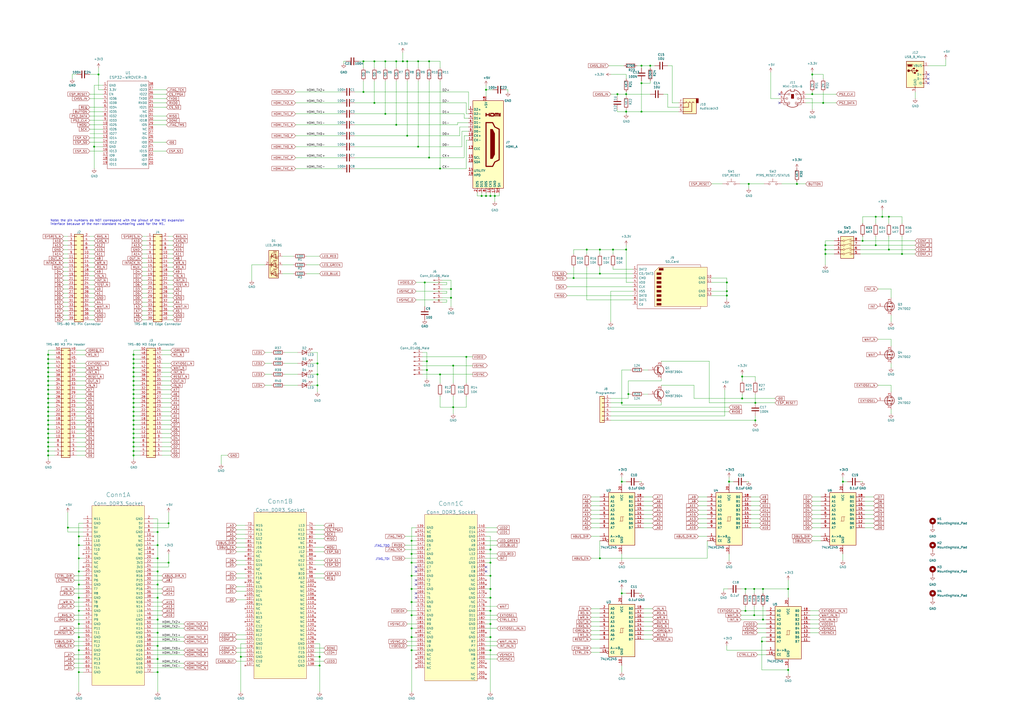
<source format=kicad_sch>
(kicad_sch (version 20211123) (generator eeschema)
  (paper "A2")
  (title_block (title "TRS-IO++") (date "2022-12-04") (rev "0.1") (comment 2 "TRS-IO++ - Multi-Function Card for the TRS-80"))
  (junction (at 437.515 356.87))
  (junction (at 45.72 377.19))
  (junction (at 77.47 228.6))
  (junction (at 27.94 256.54))
  (junction (at 217.17 35.56))
  (junction (at 57.15 43.18))
  (junction (at 434.34 106.68))
  (junction (at 184.15 223.52))
  (junction (at 45.72 331.47))
  (junction (at 210.82 53.34))
  (junction (at 236.22 78.74))
  (junction (at 500.38 139.7))
  (junction (at 515.62 144.78))
  (junction (at 238.76 321.31))
  (junction (at 270.51 207.01))
  (junction (at 281.94 52.07))
  (junction (at 284.48 361.95))
  (junction (at 442.595 359.41))
  (junction (at 27.94 210.82))
  (junction (at 91.44 389.89))
  (junction (at 77.47 205.74))
  (junction (at 97.79 326.39))
  (junction (at 77.47 215.9))
  (junction (at 210.82 35.56))
  (junction (at 91.44 367.03))
  (junction (at 77.47 233.68))
  (junction (at 363.22 144.78))
  (junction (at 242.57 35.56))
  (junction (at 77.47 243.84))
  (junction (at 27.94 226.06))
  (junction (at 27.94 233.68))
  (junction (at 478.79 147.32))
  (junction (at 284.48 113.665))
  (junction (at 27.94 228.6))
  (junction (at 77.47 208.28))
  (junction (at 77.47 256.54))
  (junction (at 477.52 59.69))
  (junction (at 421.64 171.45))
  (junction (at 284.48 369.57))
  (junction (at 238.76 341.63))
  (junction (at 332.74 161.29))
  (junction (at 236.22 35.56))
  (junction (at 54.61 85.09))
  (junction (at 279.4 113.665))
  (junction (at 27.94 208.28))
  (junction (at 27.94 220.98))
  (junction (at 77.47 238.76))
  (junction (at 45.72 354.33))
  (junction (at 77.47 231.14))
  (junction (at 77.47 246.38))
  (junction (at 27.94 264.16))
  (junction (at 255.27 97.79))
  (junction (at 77.47 226.06))
  (junction (at 77.47 264.16))
  (junction (at 261.62 172.72))
  (junction (at 442.595 341.63))
  (junction (at 471.17 43.18))
  (junction (at 139.7 381))
  (junction (at 91.44 374.65))
  (junction (at 471.17 54.61))
  (junction (at 511.81 125.73))
  (junction (at 430.53 218.44))
  (junction (at 523.24 147.32))
  (junction (at 91.44 339.09))
  (junction (at 242.57 85.09))
  (junction (at 284.48 326.39))
  (junction (at 437.515 341.63))
  (junction (at 441.96 372.11))
  (junction (at 247.65 214.63))
  (junction (at 421.64 168.91))
  (junction (at 45.72 323.85))
  (junction (at 347.98 158.75))
  (junction (at 287.02 113.665))
  (junction (at 421.64 163.83))
  (junction (at 97.79 303.53))
  (junction (at 27.94 218.44))
  (junction (at 430.53 231.14))
  (junction (at 340.36 144.78))
  (junction (at 347.98 144.78))
  (junction (at 238.76 369.57))
  (junction (at 457.2 388.62))
  (junction (at 508 142.24))
  (junction (at 457.2 341.63))
  (junction (at 229.87 72.39))
  (junction (at 45.72 311.15))
  (junction (at 184.15 210.82))
  (junction (at 422.91 279.4))
  (junction (at 432.435 354.33))
  (junction (at 77.47 236.22))
  (junction (at 27.94 243.84))
  (junction (at 27.94 213.36))
  (junction (at 77.47 248.92))
  (junction (at 45.72 369.57))
  (junction (at 238.76 313.69))
  (junction (at 358.14 54.61))
  (junction (at 432.435 341.63))
  (junction (at 77.47 213.36))
  (junction (at 184.15 217.17))
  (junction (at 27.94 254))
  (junction (at 185.42 381))
  (junction (at 91.44 382.27))
  (junction (at 261.62 167.64))
  (junction (at 27.94 246.38))
  (junction (at 248.92 91.44))
  (junction (at 238.76 349.25))
  (junction (at 27.94 215.9))
  (junction (at 77.47 210.82))
  (junction (at 246.38 163.83))
  (junction (at 372.11 48.26))
  (junction (at 284.48 346.71))
  (junction (at 91.44 346.71))
  (junction (at 27.94 261.62))
  (junction (at 255.27 217.17))
  (junction (at 238.76 334.01))
  (junction (at 233.68 35.56))
  (junction (at 77.47 223.52))
  (junction (at 478.79 142.24))
  (junction (at 372.11 38.1))
  (junction (at 91.44 323.85))
  (junction (at 45.72 316.23))
  (junction (at 77.47 218.44))
  (junction (at 27.94 251.46))
  (junction (at 229.87 35.56))
  (junction (at 27.94 248.92))
  (junction (at 45.72 389.89))
  (junction (at 360.68 233.68))
  (junction (at 27.94 231.14))
  (junction (at 284.48 377.19))
  (junction (at 284.48 318.77))
  (junction (at 377.19 38.1))
  (junction (at 462.28 106.68))
  (junction (at 217.17 59.69))
  (junction (at 360.68 279.4))
  (junction (at 27.94 238.76))
  (junction (at 238.76 326.39))
  (junction (at 284.48 341.63))
  (junction (at 238.76 356.87))
  (junction (at 355.6 144.78))
  (junction (at 45.72 339.09))
  (junction (at 281.94 113.665))
  (junction (at 247.65 209.55))
  (junction (at 185.42 386.08))
  (junction (at 284.48 354.33))
  (junction (at 77.47 261.62))
  (junction (at 223.52 66.04))
  (junction (at 91.44 316.23))
  (junction (at 347.98 323.85))
  (junction (at 364.49 228.6))
  (junction (at 238.76 377.19))
  (junction (at 363.22 54.61))
  (junction (at 360.68 344.17))
  (junction (at 77.47 254))
  (junction (at 372.11 64.77))
  (junction (at 77.47 241.3))
  (junction (at 363.22 64.77))
  (junction (at 27.94 259.08))
  (junction (at 223.52 35.56))
  (junction (at 27.94 241.3))
  (junction (at 515.62 125.73))
  (junction (at 27.94 205.74))
  (junction (at 91.44 331.47))
  (junction (at 77.47 251.46))
  (junction (at 488.95 279.4))
  (junction (at 27.94 236.22))
  (junction (at 91.44 359.41))
  (junction (at 238.76 364.49))
  (junction (at 248.92 35.56))
  (junction (at 438.15 243.84))
  (junction (at 45.72 346.71))
  (junction (at 478.79 144.78))
  (junction (at 262.89 212.09))
  (junction (at 262.89 236.22))
  (junction (at 508 125.73))
  (junction (at 45.72 361.95))
  (junction (at 27.94 223.52))
  (junction (at 438.15 233.68))
  (junction (at 284.48 334.01))
  (junction (at 91.44 308.61))
  (junction (at 77.47 220.98))
  (junction (at 77.47 259.08))
  (junction (at 39.37 306.07))
  (no_connect (at 241.3 328.93))
  (no_connect (at 538.48 43.18))
  (no_connect (at 281.94 328.93))
  (no_connect (at 538.48 45.72))
  (no_connect (at 452.12 54.61))
  (no_connect (at 241.3 346.71))
  (no_connect (at 241.3 331.47))
  (no_connect (at 538.48 48.26))
  (no_connect (at 241.3 339.09))
  (no_connect (at 452.12 59.69))
  (no_connect (at 241.3 344.17))
  (no_connect (at 241.3 336.55))
  (no_connect (at 281.94 331.47))
  (wire (pts (xy 223.52 35.56) (xy 223.52 39.37)))
  (wire (pts (xy 97.79 303.53) (xy 97.79 297.18)))
  (wire (pts (xy 432.435 341.63) (xy 437.515 341.63)))
  (wire (pts (xy 45.72 346.71) (xy 48.26 346.71)))
  (wire (pts (xy 52.07 64.77) (xy 59.69 64.77)))
  (wire (pts (xy 364.49 228.6) (xy 365.76 228.6)))
  (wire (pts (xy 262.89 212.09) (xy 274.32 212.09)))
  (wire (pts (xy 184.15 223.52) (xy 184.15 227.33)))
  (wire (pts (xy 477.52 59.69) (xy 485.14 59.69)))
  (wire (pts (xy 294.64 52.07) (xy 294.64 53.34)))
  (wire (pts (xy 57.15 52.07) (xy 57.15 43.18)))
  (wire (pts (xy 421.64 168.91) (xy 421.64 171.45)))
  (wire (pts (xy 238.76 341.63) (xy 241.3 341.63)))
  (wire (pts (xy 165.1 217.17) (xy 172.72 217.17)))
  (wire (pts (xy 488.95 279.4) (xy 491.49 279.4)))
  (wire (pts (xy 471.17 303.53) (xy 476.25 303.53)))
  (wire (pts (xy 363.22 144.78) (xy 355.6 144.78)))
  (wire (pts (xy 43.18 336.55) (xy 48.26 336.55)))
  (wire (pts (xy 171.45 59.69) (xy 198.12 59.69)))
  (wire (pts (xy 471.17 298.45) (xy 476.25 298.45)))
  (wire (pts (xy 45.72 377.19) (xy 48.26 377.19)))
  (wire (pts (xy 91.44 316.23) (xy 91.44 323.85)))
  (wire (pts (xy 44.45 254) (xy 49.53 254)))
  (wire (pts (xy 410.21 293.37) (xy 405.13 293.37)))
  (wire (pts (xy 284.48 354.33) (xy 284.48 361.95)))
  (wire (pts (xy 373.38 298.45) (xy 378.46 298.45)))
  (wire (pts (xy 372.11 64.77) (xy 393.7 64.77)))
  (wire (pts (xy 419.735 341.63) (xy 419.735 342.9)))
  (wire (pts (xy 81.28 210.82) (xy 77.47 210.82)))
  (wire (pts (xy 137.16 314.96) (xy 142.24 314.96)))
  (wire (pts (xy 91.44 359.41) (xy 91.44 367.03)))
  (wire (pts (xy 77.47 248.92) (xy 77.47 251.46)))
  (wire (pts (xy 49.53 256.54) (xy 44.45 256.54)))
  (wire (pts (xy 444.5 379.73) (xy 439.42 379.73)))
  (wire (pts (xy 142.24 373.38) (xy 139.7 373.38)))
  (wire (pts (xy 93.98 223.52) (xy 99.06 223.52)))
  (wire (pts (xy 153.67 217.17) (xy 157.48 217.17)))
  (wire (pts (xy 205.74 59.69) (xy 217.17 59.69)))
  (wire (pts (xy 217.17 59.69) (xy 270.51 59.69)))
  (wire (pts (xy 284.48 111.76) (xy 284.48 113.665)))
  (wire (pts (xy 88.9 72.39) (xy 96.52 72.39)))
  (wire (pts (xy 52.07 54.61) (xy 59.69 54.61)))
  (wire (pts (xy 342.9 370.84) (xy 347.98 370.84)))
  (wire (pts (xy 441.96 372.11) (xy 441.96 388.62)))
  (wire (pts (xy 405.13 300.99) (xy 410.21 300.99)))
  (wire (pts (xy 509.27 196.85) (xy 516.89 196.85)))
  (wire (pts (xy 284.48 369.57) (xy 284.48 377.19)))
  (wire (pts (xy 52.07 62.23) (xy 59.69 62.23)))
  (wire (pts (xy 182.88 378.46) (xy 187.96 378.46)))
  (wire (pts (xy 342.9 300.99) (xy 347.98 300.99)))
  (wire (pts (xy 45.72 323.85) (xy 45.72 331.47)))
  (wire (pts (xy 477.52 45.72) (xy 477.52 43.18)))
  (wire (pts (xy 44.45 215.9) (xy 49.53 215.9)))
  (wire (pts (xy 59.69 57.15) (xy 52.07 57.15)))
  (wire (pts (xy 435.61 298.45) (xy 440.69 298.45)))
  (wire (pts (xy 471.17 288.29) (xy 476.25 288.29)))
  (wire (pts (xy 43.18 341.63) (xy 48.26 341.63)))
  (wire (pts (xy 360.68 321.31) (xy 360.68 325.12)))
  (wire (pts (xy 88.9 331.47) (xy 91.44 331.47)))
  (wire (pts (xy 367.03 168.91) (xy 354.33 168.91)))
  (wire (pts (xy 54.61 170.18) (xy 52.07 170.18)))
  (wire (pts (xy 88.9 344.17) (xy 93.98 344.17)))
  (wire (pts (xy 85.09 162.56) (xy 82.55 162.56)))
  (wire (pts (xy 405.13 290.83) (xy 410.21 290.83)))
  (wire (pts (xy 54.61 139.7) (xy 52.07 139.7)))
  (wire (pts (xy 81.28 215.9) (xy 77.47 215.9)))
  (wire (pts (xy 441.96 372.11) (xy 444.5 372.11)))
  (wire (pts (xy 45.72 316.23) (xy 45.72 323.85)))
  (wire (pts (xy 81.28 264.16) (xy 77.47 264.16)))
  (wire (pts (xy 137.16 307.34) (xy 142.24 307.34)))
  (wire (pts (xy 93.98 215.9) (xy 99.06 215.9)))
  (wire (pts (xy 354.33 54.61) (xy 358.14 54.61)))
  (wire (pts (xy 516.89 223.52) (xy 516.89 227.33)))
  (wire (pts (xy 85.09 167.64) (xy 82.55 167.64)))
  (wire (pts (xy 467.36 54.61) (xy 471.17 54.61)))
  (wire (pts (xy 44.45 259.08) (xy 49.53 259.08)))
  (wire (pts (xy 360.68 344.17) (xy 363.22 344.17)))
  (wire (pts (xy 516.89 210.82) (xy 516.89 213.36)))
  (wire (pts (xy 182.88 386.08) (xy 185.42 386.08)))
  (wire (pts (xy 405.13 306.07) (xy 410.21 306.07)))
  (wire (pts (xy 342.9 363.22) (xy 347.98 363.22)))
  (wire (pts (xy 88.9 387.35) (xy 106.68 387.35)))
  (wire (pts (xy 281.94 313.69) (xy 288.29 313.69)))
  (wire (pts (xy 77.47 233.68) (xy 77.47 236.22)))
  (wire (pts (xy 245.11 204.47) (xy 247.65 204.47)))
  (wire (pts (xy 421.64 377.19) (xy 421.64 374.65)))
  (wire (pts (xy 372.11 46.99) (xy 372.11 48.26)))
  (wire (pts (xy 281.94 316.23) (xy 288.29 316.23)))
  (wire (pts (xy 432.435 354.33) (xy 444.5 354.33)))
  (wire (pts (xy 435.61 306.07) (xy 440.69 306.07)))
  (wire (pts (xy 471.17 43.18) (xy 471.17 45.72)))
  (wire (pts (xy 49.53 228.6) (xy 44.45 228.6)))
  (wire (pts (xy 432.435 351.79) (xy 432.435 354.33)))
  (wire (pts (xy 405.13 295.91) (xy 410.21 295.91)))
  (wire (pts (xy 163.83 158.75) (xy 170.18 158.75)))
  (wire (pts (xy 205.74 72.39) (xy 229.87 72.39)))
  (wire (pts (xy 88.9 303.53) (xy 97.79 303.53)))
  (wire (pts (xy 242.57 35.56) (xy 248.92 35.56)))
  (wire (pts (xy 27.94 248.92) (xy 27.94 251.46)))
  (wire (pts (xy 44.45 226.06) (xy 49.53 226.06)))
  (wire (pts (xy 259.08 163.83) (xy 259.08 165.1)))
  (wire (pts (xy 515.62 125.73) (xy 523.24 125.73)))
  (wire (pts (xy 266.7 73.66) (xy 266.7 78.74)))
  (wire (pts (xy 238.76 326.39) (xy 241.3 326.39)))
  (wire (pts (xy 44.45 213.36) (xy 49.53 213.36)))
  (wire (pts (xy 205.74 85.09) (xy 242.57 85.09)))
  (wire (pts (xy 259.08 168.91) (xy 259.08 170.18)))
  (wire (pts (xy 43.18 359.41) (xy 48.26 359.41)))
  (wire (pts (xy 88.9 59.69) (xy 96.52 59.69)))
  (wire (pts (xy 182.88 307.34) (xy 187.96 307.34)))
  (wire (pts (xy 88.9 69.85) (xy 96.52 69.85)))
  (wire (pts (xy 245.11 217.17) (xy 255.27 217.17)))
  (wire (pts (xy 31.75 259.08) (xy 27.94 259.08)))
  (wire (pts (xy 281.94 52.07) (xy 285.75 52.07)))
  (wire (pts (xy 180.34 223.52) (xy 184.15 223.52)))
  (wire (pts (xy 52.07 74.93) (xy 59.69 74.93)))
  (wire (pts (xy 43.18 364.49) (xy 48.26 364.49)))
  (wire (pts (xy 238.76 326.39) (xy 238.76 334.01)))
  (wire (pts (xy 342.9 306.07) (xy 347.98 306.07)))
  (wire (pts (xy 39.37 180.34) (xy 36.83 180.34)))
  (wire (pts (xy 501.65 298.45) (xy 506.73 298.45)))
  (wire (pts (xy 184.15 210.82) (xy 184.15 217.17)))
  (wire (pts (xy 54.61 142.24) (xy 52.07 142.24)))
  (wire (pts (xy 373.38 360.68) (xy 378.46 360.68)))
  (wire (pts (xy 97.79 328.93) (xy 88.9 328.93)))
  (wire (pts (xy 77.47 254) (xy 77.47 256.54)))
  (wire (pts (xy 182.88 373.38) (xy 185.42 373.38)))
  (wire (pts (xy 238.76 356.87) (xy 241.3 356.87)))
  (wire (pts (xy 52.07 87.63) (xy 59.69 87.63)))
  (wire (pts (xy 247.65 204.47) (xy 247.65 209.55)))
  (wire (pts (xy 340.36 144.78) (xy 332.74 144.78)))
  (wire (pts (xy 435.61 290.83) (xy 440.69 290.83)))
  (wire (pts (xy 52.07 77.47) (xy 59.69 77.47)))
  (wire (pts (xy 77.47 213.36) (xy 77.47 215.9)))
  (wire (pts (xy 238.76 334.01) (xy 241.3 334.01)))
  (wire (pts (xy 432.435 341.63) (xy 432.435 344.17)))
  (wire (pts (xy 31.75 256.54) (xy 27.94 256.54)))
  (wire (pts (xy 261.62 172.72) (xy 261.62 177.8)))
  (wire (pts (xy 27.94 261.62) (xy 27.94 264.16)))
  (wire (pts (xy 238.76 364.49) (xy 238.76 369.57)))
  (wire (pts (xy 85.09 147.32) (xy 82.55 147.32)))
  (wire (pts (xy 48.26 308.61) (xy 39.37 308.61)))
  (wire (pts (xy 422.91 279.4) (xy 422.91 280.67)))
  (wire (pts (xy 478.79 142.24) (xy 478.79 144.78)))
  (wire (pts (xy 165.1 223.52) (xy 172.72 223.52)))
  (wire (pts (xy 54.61 149.86) (xy 52.07 149.86)))
  (wire (pts (xy 85.09 160.02) (xy 82.55 160.02)))
  (wire (pts (xy 501.65 290.83) (xy 506.73 290.83)))
  (wire (pts (xy 31.75 264.16) (xy 27.94 264.16)))
  (wire (pts (xy 281.94 354.33) (xy 284.48 354.33)))
  (wire (pts (xy 85.09 175.26) (xy 82.55 175.26)))
  (wire (pts (xy 88.9 308.61) (xy 91.44 308.61)))
  (wire (pts (xy 91.44 339.09) (xy 91.44 346.71)))
  (wire (pts (xy 54.61 167.64) (xy 52.07 167.64)))
  (wire (pts (xy 81.28 208.28) (xy 77.47 208.28)))
  (wire (pts (xy 236.22 35.56) (xy 236.22 39.37)))
  (wire (pts (xy 284.48 311.15) (xy 284.48 318.77)))
  (wire (pts (xy 43.18 372.11) (xy 48.26 372.11)))
  (wire (pts (xy 471.17 54.61) (xy 471.17 53.34)))
  (wire (pts (xy 44.45 264.16) (xy 49.53 264.16)))
  (wire (pts (xy 182.88 325.12) (xy 187.96 325.12)))
  (wire (pts (xy 246.38 163.83) (xy 259.08 163.83)))
  (wire (pts (xy 177.8 158.75) (xy 185.42 158.75)))
  (wire (pts (xy 363.22 54.61) (xy 363.22 55.88)))
  (wire (pts (xy 402.59 223.52) (xy 402.59 231.14)))
  (wire (pts (xy 412.75 106.68) (xy 419.1 106.68)))
  (wire (pts (xy 281.94 364.49) (xy 288.29 364.49)))
  (wire (pts (xy 128.27 269.24) (xy 128.27 264.16)))
  (wire (pts (xy 340.36 144.78) (xy 347.98 144.78)))
  (wire (pts (xy 93.98 264.16) (xy 99.06 264.16)))
  (wire (pts (xy 77.47 226.06) (xy 77.47 228.6)))
  (wire (pts (xy 48.26 303.53) (xy 45.72 303.53)))
  (wire (pts (xy 342.9 360.68) (xy 347.98 360.68)))
  (wire (pts (xy 93.98 205.74) (xy 99.06 205.74)))
  (wire (pts (xy 438.15 241.3) (xy 438.15 243.84)))
  (wire (pts (xy 81.28 236.22) (xy 77.47 236.22)))
  (wire (pts (xy 271.78 66.04) (xy 270.51 66.04)))
  (wire (pts (xy 205.74 78.74) (xy 236.22 78.74)))
  (wire (pts (xy 177.8 153.67) (xy 185.42 153.67)))
  (wire (pts (xy 54.61 165.1) (xy 52.07 165.1)))
  (wire (pts (xy 81.28 205.74) (xy 77.47 205.74)))
  (wire (pts (xy 246.38 177.8) (xy 246.38 163.83)))
  (wire (pts (xy 389.89 59.69) (xy 389.89 38.1)))
  (wire (pts (xy 238.76 349.25) (xy 238.76 356.87)))
  (wire (pts (xy 238.76 369.57) (xy 238.76 377.19)))
  (wire (pts (xy 471.17 41.91) (xy 471.17 43.18)))
  (wire (pts (xy 284.48 326.39) (xy 284.48 334.01)))
  (wire (pts (xy 31.75 246.38) (xy 27.94 246.38)))
  (wire (pts (xy 471.17 290.83) (xy 476.25 290.83)))
  (wire (pts (xy 354.33 243.84) (xy 438.15 243.84)))
  (wire (pts (xy 185.42 381) (xy 185.42 386.08)))
  (wire (pts (xy 54.61 175.26) (xy 52.07 175.26)))
  (wire (pts (xy 27.94 254) (xy 27.94 256.54)))
  (wire (pts (xy 100.33 147.32) (xy 97.79 147.32)))
  (wire (pts (xy 259.08 175.26) (xy 256.54 175.26)))
  (wire (pts (xy 180.34 210.82) (xy 184.15 210.82)))
  (wire (pts (xy 81.28 226.06) (xy 77.47 226.06)))
  (wire (pts (xy 499.11 142.24) (xy 508 142.24)))
  (wire (pts (xy 523.24 125.73) (xy 523.24 129.54)))
  (wire (pts (xy 44.45 203.2) (xy 49.53 203.2)))
  (wire (pts (xy 457.2 387.35) (xy 457.2 388.62)))
  (wire (pts (xy 422.275 341.63) (xy 419.735 341.63)))
  (wire (pts (xy 234.95 311.15) (xy 241.3 311.15)))
  (wire (pts (xy 284.48 361.95) (xy 284.48 369.57)))
  (wire (pts (xy 182.88 312.42) (xy 187.96 312.42)))
  (wire (pts (xy 88.9 346.71) (xy 91.44 346.71)))
  (wire (pts (xy 45.72 354.33) (xy 45.72 361.95)))
  (wire (pts (xy 52.07 69.85) (xy 59.69 69.85)))
  (wire (pts (xy 271.78 71.12) (xy 265.43 71.12)))
  (wire (pts (xy 441.96 388.62) (xy 457.2 388.62)))
  (wire (pts (xy 45.72 311.15) (xy 45.72 316.23)))
  (wire (pts (xy 373.38 228.6) (xy 375.92 228.6)))
  (wire (pts (xy 77.47 205.74) (xy 77.47 208.28)))
  (wire (pts (xy 77.47 238.76) (xy 77.47 241.3)))
  (wire (pts (xy 137.16 347.98) (xy 142.24 347.98)))
  (wire (pts (xy 49.53 246.38) (xy 44.45 246.38)))
  (wire (pts (xy 39.37 157.48) (xy 36.83 157.48)))
  (wire (pts (xy 93.98 236.22) (xy 99.06 236.22)))
  (wire (pts (xy 88.9 361.95) (xy 106.68 361.95)))
  (wire (pts (xy 279.4 111.76) (xy 279.4 113.665)))
  (wire (pts (xy 328.93 161.29) (xy 332.74 161.29)))
  (wire (pts (xy 39.37 182.88) (xy 36.83 182.88)))
  (wire (pts (xy 383.54 233.68) (xy 383.54 234.95)))
  (wire (pts (xy 59.69 49.53) (xy 54.61 49.53)))
  (wire (pts (xy 49.53 233.68) (xy 44.45 233.68)))
  (wire (pts (xy 500.38 137.16) (xy 500.38 139.7)))
  (wire (pts (xy 430.53 228.6) (xy 430.53 231.14)))
  (wire (pts (xy 281.94 321.31) (xy 288.29 321.31)))
  (wire (pts (xy 271.78 73.66) (xy 266.7 73.66)))
  (wire (pts (xy 508 125.73) (xy 511.81 125.73)))
  (wire (pts (xy 91.44 389.89) (xy 91.44 401.32)))
  (wire (pts (xy 354.33 241.3) (xy 420.37 241.3)))
  (wire (pts (xy 501.65 295.91) (xy 506.73 295.91)))
  (wire (pts (xy 77.47 218.44) (xy 77.47 220.98)))
  (wire (pts (xy 437.515 341.63) (xy 442.595 341.63)))
  (wire (pts (xy 139.7 373.38) (xy 139.7 381)))
  (wire (pts (xy 281.94 52.07) (xy 281.94 55.88)))
  (wire (pts (xy 360.68 279.4) (xy 360.68 280.67)))
  (wire (pts (xy 171.45 66.04) (xy 198.12 66.04)))
  (wire (pts (xy 242.57 46.99) (xy 242.57 85.09)))
  (wire (pts (xy 508 125.73) (xy 508 129.54)))
  (wire (pts (xy 88.9 364.49) (xy 106.68 364.49)))
  (wire (pts (xy 238.76 364.49) (xy 241.3 364.49)))
  (wire (pts (xy 293.37 52.07) (xy 294.64 52.07)))
  (wire (pts (xy 457.2 341.63) (xy 457.2 346.71)))
  (wire (pts (xy 85.09 170.18) (xy 82.55 170.18)))
  (wire (pts (xy 242.57 85.09) (xy 267.97 85.09)))
  (wire (pts (xy 281.94 341.63) (xy 284.48 341.63)))
  (wire (pts (xy 44.45 231.14) (xy 49.53 231.14)))
  (wire (pts (xy 435.61 293.37) (xy 440.69 293.37)))
  (wire (pts (xy 180.34 204.47) (xy 184.15 204.47)))
  (wire (pts (xy 347.98 375.92) (xy 342.9 375.92)))
  (wire (pts (xy 469.9 359.41) (xy 474.98 359.41)))
  (wire (pts (xy 245.11 207.01) (xy 270.51 207.01)))
  (wire (pts (xy 54.61 152.4) (xy 52.07 152.4)))
  (wire (pts (xy 44.45 223.52) (xy 49.53 223.52)))
  (wire (pts (xy 88.9 62.23) (xy 96.52 62.23)))
  (wire (pts (xy 43.18 374.65) (xy 48.26 374.65)))
  (wire (pts (xy 137.16 320.04) (xy 142.24 320.04)))
  (wire (pts (xy 77.47 228.6) (xy 77.47 231.14)))
  (wire (pts (xy 100.33 170.18) (xy 97.79 170.18)))
  (wire (pts (xy 488.95 276.86) (xy 488.95 279.4)))
  (wire (pts (xy 88.9 384.81) (xy 106.68 384.81)))
  (wire (pts (xy 511.81 121.92) (xy 511.81 125.73)))
  (wire (pts (xy 411.48 209.55) (xy 411.48 233.68)))
  (wire (pts (xy 77.47 259.08) (xy 77.47 261.62)))
  (wire (pts (xy 471.17 57.15) (xy 471.17 63.5)))
  (wire (pts (xy 223.52 66.04) (xy 269.24 66.04)))
  (wire (pts (xy 485.14 54.61) (xy 471.17 54.61)))
  (wire (pts (xy 242.57 35.56) (xy 242.57 39.37)))
  (wire (pts (xy 367.03 156.21) (xy 355.6 156.21)))
  (wire (pts (xy 88.9 374.65) (xy 91.44 374.65)))
  (wire (pts (xy 501.65 306.07) (xy 506.73 306.07)))
  (wire (pts (xy 39.37 149.86) (xy 36.83 149.86)))
  (wire (pts (xy 238.76 321.31) (xy 238.76 326.39)))
  (wire (pts (xy 238.76 377.19) (xy 238.76 401.32)))
  (wire (pts (xy 88.9 54.61) (xy 96.52 54.61)))
  (wire (pts (xy 478.79 147.32) (xy 483.87 147.32)))
  (wire (pts (xy 281.94 49.53) (xy 281.94 52.07)))
  (wire (pts (xy 77.47 208.28) (xy 77.47 210.82)))
  (wire (pts (xy 27.94 223.52) (xy 27.94 226.06)))
  (wire (pts (xy 442.595 351.79) (xy 442.595 359.41)))
  (wire (pts (xy 469.9 367.03) (xy 474.98 367.03)))
  (wire (pts (xy 208.28 35.56) (xy 210.82 35.56)))
  (wire (pts (xy 471.17 300.99) (xy 476.25 300.99)))
  (wire (pts (xy 205.74 91.44) (xy 248.92 91.44)))
  (wire (pts (xy 281.94 334.01) (xy 284.48 334.01)))
  (wire (pts (xy 373.38 290.83) (xy 378.46 290.83)))
  (wire (pts (xy 437.515 351.79) (xy 437.515 356.87)))
  (wire (pts (xy 100.33 139.7) (xy 97.79 139.7)))
  (wire (pts (xy 405.13 303.53) (xy 410.21 303.53)))
  (wire (pts (xy 81.28 254) (xy 77.47 254)))
  (wire (pts (xy 281.94 306.07) (xy 288.29 306.07)))
  (wire (pts (xy 370.84 279.4) (xy 372.11 279.4)))
  (wire (pts (xy 488.95 279.4) (xy 488.95 280.67)))
  (wire (pts (xy 287.02 111.76) (xy 287.02 113.665)))
  (wire (pts (xy 358.14 63.5) (xy 358.14 64.77)))
  (wire (pts (xy 281.94 379.73) (xy 288.29 379.73)))
  (wire (pts (xy 248.92 91.44) (xy 269.24 91.44)))
  (wire (pts (xy 44.45 205.74) (xy 49.53 205.74)))
  (wire (pts (xy 271.78 81.28) (xy 270.51 81.28)))
  (wire (pts (xy 405.13 288.29) (xy 410.21 288.29)))
  (wire (pts (xy 88.9 67.31) (xy 96.52 67.31)))
  (wire (pts (xy 184.15 217.17) (xy 184.15 223.52)))
  (wire (pts (xy 469.9 361.95) (xy 474.98 361.95)))
  (wire (pts (xy 39.37 139.7) (xy 36.83 139.7)))
  (wire (pts (xy 271.78 76.2) (xy 267.97 76.2)))
  (wire (pts (xy 39.37 297.18) (xy 39.37 306.07)))
  (wire (pts (xy 383.54 234.95) (xy 360.68 234.95)))
  (wire (pts (xy 88.9 326.39) (xy 97.79 326.39)))
  (wire (pts (xy 354.33 233.68) (xy 360.68 233.68)))
  (wire (pts (xy 255.27 46.99) (xy 255.27 97.79)))
  (wire (pts (xy 91.44 323.85) (xy 91.44 331.47)))
  (wire (pts (xy 383.54 219.71) (xy 383.54 220.98)))
  (wire (pts (xy 255.27 217.17) (xy 255.27 222.25)))
  (wire (pts (xy 358.14 54.61) (xy 363.22 54.61)))
  (wire (pts (xy 523.24 137.16) (xy 523.24 147.32)))
  (wire (pts (xy 52.07 80.01) (xy 59.69 80.01)))
  (wire (pts (xy 137.16 327.66) (xy 142.24 327.66)))
  (wire (pts (xy 363.22 54.61) (xy 377.19 54.61)))
  (wire (pts (xy 372.11 39.37) (xy 372.11 38.1)))
  (wire (pts (xy 81.28 251.46) (xy 77.47 251.46)))
  (wire (pts (xy 248.92 46.99) (xy 248.92 91.44)))
  (wire (pts (xy 85.09 165.1) (xy 82.55 165.1)))
  (wire (pts (xy 59.69 52.07) (xy 57.15 52.07)))
  (wire (pts (xy 383.54 220.98) (xy 364.49 220.98)))
  (wire (pts (xy 241.3 306.07) (xy 238.76 306.07)))
  (wire (pts (xy 39.37 306.07) (xy 48.26 306.07)))
  (wire (pts (xy 182.88 320.04) (xy 187.96 320.04)))
  (wire (pts (xy 530.86 53.34) (xy 530.86 57.15)))
  (wire (pts (xy 165.1 204.47) (xy 172.72 204.47)))
  (wire (pts (xy 171.45 78.74) (xy 198.12 78.74)))
  (wire (pts (xy 27.94 231.14) (xy 27.94 233.68)))
  (wire (pts (xy 364.49 220.98) (xy 364.49 228.6)))
  (wire (pts (xy 462.28 105.41) (xy 462.28 106.68)))
  (wire (pts (xy 238.76 306.07) (xy 238.76 313.69)))
  (wire (pts (xy 270.51 66.04) (xy 270.51 59.69)))
  (wire (pts (xy 281.94 382.27) (xy 288.29 382.27)))
  (wire (pts (xy 342.9 298.45) (xy 347.98 298.45)))
  (wire (pts (xy 377.19 39.37) (xy 377.19 38.1)))
  (wire (pts (xy 500.38 139.7) (xy 530.86 139.7)))
  (wire (pts (xy 27.94 251.46) (xy 27.94 254)))
  (wire (pts (xy 182.88 327.66) (xy 187.96 327.66)))
  (wire (pts (xy 248.92 35.56) (xy 248.92 39.37)))
  (wire (pts (xy 434.34 106.68) (xy 443.23 106.68)))
  (wire (pts (xy 236.22 361.95) (xy 241.3 361.95)))
  (wire (pts (xy 49.53 251.46) (xy 44.45 251.46)))
  (wire (pts (xy 435.61 295.91) (xy 440.69 295.91)))
  (wire (pts (xy 100.33 177.8) (xy 97.79 177.8)))
  (wire (pts (xy 39.37 162.56) (xy 36.83 162.56)))
  (wire (pts (xy 77.47 203.2) (xy 77.47 205.74)))
  (wire (pts (xy 182.88 381) (xy 185.42 381)))
  (wire (pts (xy 516.89 172.72) (xy 516.89 167.64)))
  (wire (pts (xy 393.7 62.23) (xy 387.35 62.23)))
  (wire (pts (xy 54.61 162.56) (xy 52.07 162.56)))
  (wire (pts (xy 27.94 233.68) (xy 27.94 236.22)))
  (wire (pts (xy 137.16 332.74) (xy 142.24 332.74)))
  (wire (pts (xy 88.9 379.73) (xy 106.68 379.73)))
  (wire (pts (xy 511.81 125.73) (xy 515.62 125.73)))
  (wire (pts (xy 262.89 212.09) (xy 262.89 222.25)))
  (wire (pts (xy 515.62 137.16) (xy 515.62 144.78)))
  (wire (pts (xy 45.72 316.23) (xy 48.26 316.23)))
  (wire (pts (xy 342.9 288.29) (xy 347.98 288.29)))
  (wire (pts (xy 137.16 342.9) (xy 142.24 342.9)))
  (wire (pts (xy 184.15 204.47) (xy 184.15 210.82)))
  (wire (pts (xy 45.72 354.33) (xy 48.26 354.33)))
  (wire (pts (xy 45.72 389.89) (xy 48.26 389.89)))
  (wire (pts (xy 372.11 64.77) (xy 363.22 64.77)))
  (wire (pts (xy 509.27 223.52) (xy 516.89 223.52)))
  (wire (pts (xy 99.06 251.46) (xy 93.98 251.46)))
  (wire (pts (xy 255.27 35.56) (xy 255.27 39.37)))
  (wire (pts (xy 99.06 243.84) (xy 93.98 243.84)))
  (wire (pts (xy 180.34 217.17) (xy 184.15 217.17)))
  (wire (pts (xy 284.48 318.77) (xy 284.48 326.39)))
  (wire (pts (xy 360.68 276.86) (xy 360.68 279.4)))
  (wire (pts (xy 270.51 207.01) (xy 274.32 207.01)))
  (wire (pts (xy 238.76 321.31) (xy 241.3 321.31)))
  (wire (pts (xy 245.11 209.55) (xy 247.65 209.55)))
  (wire (pts (xy 91.44 374.65) (xy 91.44 382.27)))
  (wire (pts (xy 93.98 213.36) (xy 99.06 213.36)))
  (wire (pts (xy 100.33 185.42) (xy 97.79 185.42)))
  (wire (pts (xy 81.28 261.62) (xy 77.47 261.62)))
  (wire (pts (xy 77.47 246.38) (xy 77.47 248.92)))
  (wire (pts (xy 236.22 46.99) (xy 236.22 78.74)))
  (wire (pts (xy 93.98 241.3) (xy 99.06 241.3)))
  (wire (pts (xy 52.07 67.31) (xy 59.69 67.31)))
  (wire (pts (xy 177.8 148.59) (xy 185.42 148.59)))
  (wire (pts (xy 387.35 54.61) (xy 384.81 54.61)))
  (wire (pts (xy 478.79 144.78) (xy 478.79 147.32)))
  (wire (pts (xy 255.27 217.17) (xy 274.32 217.17)))
  (wire (pts (xy 422.91 321.31) (xy 422.91 325.12)))
  (wire (pts (xy 45.72 323.85) (xy 48.26 323.85)))
  (wire (pts (xy 262.89 236.22) (xy 262.89 240.03)))
  (wire (pts (xy 471.17 295.91) (xy 476.25 295.91)))
  (wire (pts (xy 31.75 228.6) (xy 27.94 228.6)))
  (wire (pts (xy 363.22 63.5) (xy 363.22 64.77)))
  (wire (pts (xy 255.27 97.79) (xy 270.51 97.79)))
  (wire (pts (xy 31.75 231.14) (xy 27.94 231.14)))
  (wire (pts (xy 182.88 375.92) (xy 187.96 375.92)))
  (wire (pts (xy 45.72 339.09) (xy 48.26 339.09)))
  (wire (pts (xy 442.595 341.63) (xy 442.595 344.17)))
  (wire (pts (xy 354.33 168.91) (xy 354.33 186.69)))
  (wire (pts (xy 438.15 218.44) (xy 430.53 218.44)))
  (wire (pts (xy 438.15 233.68) (xy 438.15 228.6)))
  (wire (pts (xy 276.86 111.76) (xy 276.86 113.665)))
  (wire (pts (xy 360.68 341.63) (xy 360.68 344.17)))
  (wire (pts (xy 39.37 147.32) (xy 36.83 147.32)))
  (wire (pts (xy 31.75 210.82) (xy 27.94 210.82)))
  (wire (pts (xy 412.75 161.29) (xy 421.64 161.29)))
  (wire (pts (xy 377.19 46.99) (xy 377.19 48.26)))
  (wire (pts (xy 31.75 215.9) (xy 27.94 215.9)))
  (wire (pts (xy 49.53 243.84) (xy 44.45 243.84)))
  (wire (pts (xy 284.48 113.665) (xy 287.02 113.665)))
  (wire (pts (xy 200.66 35.56) (xy 199.39 35.56)))
  (wire (pts (xy 31.75 218.44) (xy 27.94 218.44)))
  (wire (pts (xy 372.11 48.26) (xy 377.19 48.26)))
  (wire (pts (xy 210.82 53.34) (xy 271.78 53.34)))
  (wire (pts (xy 44.45 236.22) (xy 49.53 236.22)))
  (wire (pts (xy 85.09 142.24) (xy 82.55 142.24)))
  (wire (pts (xy 27.94 205.74) (xy 27.94 208.28)))
  (wire (pts (xy 100.33 175.26) (xy 97.79 175.26)))
  (wire (pts (xy 85.09 149.86) (xy 82.55 149.86)))
  (wire (pts (xy 360.68 279.4) (xy 363.22 279.4)))
  (wire (pts (xy 54.61 185.42) (xy 52.07 185.42)))
  (wire (pts (xy 45.72 311.15) (xy 48.26 311.15)))
  (wire (pts (xy 270.51 236.22) (xy 270.51 229.87)))
  (wire (pts (xy 438.15 233.68) (xy 449.58 233.68)))
  (wire (pts (xy 421.64 161.29) (xy 421.64 163.83)))
  (wire (pts (xy 241.3 163.83) (xy 246.38 163.83)))
  (wire (pts (xy 44.45 218.44) (xy 49.53 218.44)))
  (wire (pts (xy 100.33 152.4) (xy 97.79 152.4)))
  (wire (pts (xy 281.94 111.76) (xy 281.94 113.665)))
  (wire (pts (xy 347.98 358.14) (xy 342.9 358.14)))
  (wire (pts (xy 429.895 354.33) (xy 432.435 354.33)))
  (wire (pts (xy 373.38 303.53) (xy 378.46 303.53)))
  (wire (pts (xy 248.92 35.56) (xy 255.27 35.56)))
  (wire (pts (xy 347.98 158.75) (xy 367.03 158.75)))
  (wire (pts (xy 340.36 147.32) (xy 340.36 144.78)))
  (wire (pts (xy 457.2 336.55) (xy 457.2 341.63)))
  (wire (pts (xy 45.72 389.89) (xy 45.72 401.32)))
  (wire (pts (xy 137.16 317.5) (xy 142.24 317.5)))
  (wire (pts (xy 27.94 246.38) (xy 27.94 248.92)))
  (wire (pts (xy 471.17 313.69) (xy 476.25 313.69)))
  (wire (pts (xy 516.89 167.64) (xy 509.27 167.64)))
  (wire (pts (xy 340.36 173.99) (xy 367.03 173.99)))
  (wire (pts (xy 77.47 215.9) (xy 77.47 218.44)))
  (wire (pts (xy 363.22 53.34) (xy 363.22 54.61)))
  (wire (pts (xy 501.65 293.37) (xy 506.73 293.37)))
  (wire (pts (xy 476.25 293.37) (xy 471.17 293.37)))
  (wire (pts (xy 31.75 261.62) (xy 27.94 261.62)))
  (wire (pts (xy 238.76 369.57) (xy 241.3 369.57)))
  (wire (pts (xy 27.94 220.98) (xy 27.94 223.52)))
  (wire (pts (xy 81.28 243.84) (xy 77.47 243.84)))
  (wire (pts (xy 360.68 386.08) (xy 360.68 389.89)))
  (wire (pts (xy 182.88 332.74) (xy 187.96 332.74)))
  (wire (pts (xy 88.9 382.27) (xy 91.44 382.27)))
  (wire (pts (xy 387.35 62.23) (xy 387.35 54.61)))
  (wire (pts (xy 85.09 157.48) (xy 82.55 157.48)))
  (wire (pts (xy 27.94 215.9) (xy 27.94 218.44)))
  (wire (pts (xy 43.18 356.87) (xy 48.26 356.87)))
  (wire (pts (xy 88.9 354.33) (xy 93.98 354.33)))
  (wire (pts (xy 430.53 231.14) (xy 449.58 231.14)))
  (wire (pts (xy 373.38 370.84) (xy 378.46 370.84)))
  (wire (pts (xy 54.61 160.02) (xy 52.07 160.02)))
  (wire (pts (xy 45.72 377.19) (xy 45.72 389.89)))
  (wire (pts (xy 88.9 316.23) (xy 91.44 316.23)))
  (wire (pts (xy 77.47 241.3) (xy 77.47 243.84)))
  (wire (pts (xy 438.15 220.98) (xy 438.15 218.44)))
  (wire (pts (xy 223.52 46.99) (xy 223.52 66.04)))
  (wire (pts (xy 439.42 361.95) (xy 444.5 361.95)))
  (wire (pts (xy 165.1 210.82) (xy 172.72 210.82)))
  (wire (pts (xy 27.94 218.44) (xy 27.94 220.98)))
  (wire (pts (xy 45.72 339.09) (xy 45.72 346.71)))
  (wire (pts (xy 81.28 241.3) (xy 77.47 241.3)))
  (wire (pts (xy 39.37 154.94) (xy 36.83 154.94)))
  (wire (pts (xy 45.72 303.53) (xy 45.72 311.15)))
  (wire (pts (xy 100.33 172.72) (xy 97.79 172.72)))
  (wire (pts (xy 383.54 223.52) (xy 402.59 223.52)))
  (wire (pts (xy 435.61 288.29) (xy 440.69 288.29)))
  (wire (pts (xy 81.28 246.38) (xy 77.47 246.38)))
  (wire (pts (xy 44.45 220.98) (xy 49.53 220.98)))
  (wire (pts (xy 360.68 344.17) (xy 360.68 345.44)))
  (wire (pts (xy 265.43 71.12) (xy 265.43 72.39)))
  (wire (pts (xy 88.9 349.25) (xy 93.98 349.25)))
  (wire (pts (xy 420.37 241.3) (xy 420.37 226.06)))
  (wire (pts (xy 347.98 144.78) (xy 347.98 147.32)))
  (wire (pts (xy 412.75 168.91) (xy 421.64 168.91)))
  (wire (pts (xy 444.5 377.19) (xy 421.64 377.19)))
  (wire (pts (xy 281.94 356.87) (xy 288.29 356.87)))
  (wire (pts (xy 438.15 243.84) (xy 438.15 245.11)))
  (wire (pts (xy 100.33 160.02) (xy 97.79 160.02)))
  (wire (pts (xy 500.38 129.54) (xy 500.38 125.73)))
  (wire (pts (xy 153.67 223.52) (xy 157.48 223.52)))
  (wire (pts (xy 229.87 35.56) (xy 229.87 39.37)))
  (wire (pts (xy 44.45 43.18) (xy 41.91 43.18)))
  (wire (pts (xy 238.76 356.87) (xy 238.76 364.49)))
  (wire (pts (xy 137.16 378.46) (xy 142.24 378.46)))
  (wire (pts (xy 355.6 144.78) (xy 355.6 147.32)))
  (wire (pts (xy 342.9 295.91) (xy 347.98 295.91)))
  (wire (pts (xy 238.76 377.19) (xy 241.3 377.19)))
  (wire (pts (xy 54.61 182.88) (xy 52.07 182.88)))
  (wire (pts (xy 88.9 339.09) (xy 91.44 339.09)))
  (wire (pts (xy 128.27 264.16) (xy 132.08 264.16)))
  (wire (pts (xy 281.94 377.19) (xy 284.48 377.19)))
  (wire (pts (xy 422.91 236.22) (xy 354.33 236.22)))
  (wire (pts (xy 81.28 259.08) (xy 77.47 259.08)))
  (wire (pts (xy 137.16 309.88) (xy 142.24 309.88)))
  (wire (pts (xy 515.62 125.73) (xy 515.62 129.54)))
  (wire (pts (xy 93.98 254) (xy 99.06 254)))
  (wire (pts (xy 31.75 203.2) (xy 27.94 203.2)))
  (wire (pts (xy 41.91 43.18) (xy 41.91 45.72)))
  (wire (pts (xy 281.94 359.41) (xy 288.29 359.41)))
  (wire (pts (xy 137.16 312.42) (xy 142.24 312.42)))
  (wire (pts (xy 45.72 331.47) (xy 48.26 331.47)))
  (wire (pts (xy 91.44 346.71) (xy 91.44 359.41)))
  (wire (pts (xy 39.37 142.24) (xy 36.83 142.24)))
  (wire (pts (xy 44.45 210.82) (xy 49.53 210.82)))
  (wire (pts (xy 347.98 323.85) (xy 342.9 323.85)))
  (wire (pts (xy 412.75 163.83) (xy 421.64 163.83)))
  (wire (pts (xy 31.75 233.68) (xy 27.94 233.68)))
  (wire (pts (xy 281.94 326.39) (xy 284.48 326.39)))
  (wire (pts (xy 434.34 106.68) (xy 429.26 106.68)))
  (wire (pts (xy 229.87 35.56) (xy 233.68 35.56)))
  (wire (pts (xy 548.64 34.29) (xy 548.64 38.1)))
  (wire (pts (xy 279.4 113.665) (xy 281.94 113.665)))
  (wire (pts (xy 358.14 55.88) (xy 358.14 54.61)))
  (wire (pts (xy 256.54 167.64) (xy 261.62 167.64)))
  (wire (pts (xy 347.98 323.85) (xy 410.21 323.85)))
  (wire (pts (xy 271.78 78.74) (xy 269.24 78.74)))
  (wire (pts (xy 238.76 334.01) (xy 238.76 341.63)))
  (wire (pts (xy 81.28 228.6) (xy 77.47 228.6)))
  (wire (pts (xy 27.94 236.22) (xy 27.94 238.76)))
  (wire (pts (xy 281.94 308.61) (xy 288.29 308.61)))
  (wire (pts (xy 88.9 341.63) (xy 93.98 341.63)))
  (wire (pts (xy 471.17 306.07) (xy 476.25 306.07)))
  (wire (pts (xy 88.9 372.11) (xy 106.68 372.11)))
  (wire (pts (xy 259.08 170.18) (xy 256.54 170.18)))
  (wire (pts (xy 27.94 256.54) (xy 27.94 259.08)))
  (wire (pts (xy 39.37 170.18) (xy 36.83 170.18)))
  (wire (pts (xy 379.73 38.1) (xy 377.19 38.1)))
  (wire (pts (xy 437.515 341.63) (xy 437.515 344.17)))
  (wire (pts (xy 373.38 300.99) (xy 378.46 300.99)))
  (wire (pts (xy 373.38 214.63) (xy 375.92 214.63)))
  (wire (pts (xy 97.79 306.07) (xy 97.79 303.53)))
  (wire (pts (xy 370.84 344.17) (xy 372.11 344.17)))
  (wire (pts (xy 347.98 378.46) (xy 342.9 378.46)))
  (wire (pts (xy 435.61 300.99) (xy 440.69 300.99)))
  (wire (pts (xy 81.28 203.2) (xy 77.47 203.2)))
  (wire (pts (xy 49.53 261.62) (xy 44.45 261.62)))
  (wire (pts (xy 261.62 162.56) (xy 261.62 167.64)))
  (wire (pts (xy 44.45 241.3) (xy 49.53 241.3)))
  (wire (pts (xy 430.53 218.44) (xy 430.53 220.98)))
  (wire (pts (xy 88.9 323.85) (xy 91.44 323.85)))
  (wire (pts (xy 39.37 308.61) (xy 39.37 306.07)))
  (wire (pts (xy 234.95 323.85) (xy 241.3 323.85)))
  (wire (pts (xy 85.09 177.8) (xy 82.55 177.8)))
  (wire (pts (xy 39.37 160.02) (xy 36.83 160.02)))
  (wire (pts (xy 43.18 384.81) (xy 48.26 384.81)))
  (wire (pts (xy 499.11 139.7) (xy 500.38 139.7)))
  (wire (pts (xy 439.42 364.49) (xy 444.5 364.49)))
  (wire (pts (xy 421.64 171.45) (xy 421.64 173.99)))
  (wire (pts (xy 139.7 381) (xy 139.7 401.32)))
  (wire (pts (xy 281.94 351.79) (xy 288.29 351.79)))
  (wire (pts (xy 45.72 369.57) (xy 48.26 369.57)))
  (wire (pts (xy 88.9 300.99) (xy 91.44 300.99)))
  (wire (pts (xy 332.74 154.94) (xy 332.74 161.29)))
  (wire (pts (xy 369.57 38.1) (xy 372.11 38.1)))
  (wire (pts (xy 281.94 113.665) (xy 284.48 113.665)))
  (wire (pts (xy 270.51 81.28) (xy 270.51 97.79)))
  (wire (pts (xy 477.52 59.69) (xy 477.52 53.34)))
  (wire (pts (xy 100.33 154.94) (xy 97.79 154.94)))
  (wire (pts (xy 217.17 35.56) (xy 217.17 39.37)))
  (wire (pts (xy 39.37 152.4) (xy 36.83 152.4)))
  (wire (pts (xy 27.94 241.3) (xy 27.94 243.84)))
  (wire (pts (xy 538.48 38.1) (xy 548.64 38.1)))
  (wire (pts (xy 96.52 87.63) (xy 88.9 87.63)))
  (wire (pts (xy 85.09 185.42) (xy 82.55 185.42)))
  (wire (pts (xy 88.9 334.01) (xy 93.98 334.01)))
  (wire (pts (xy 347.98 154.94) (xy 347.98 158.75)))
  (wire (pts (xy 77.47 220.98) (xy 77.47 223.52)))
  (wire (pts (xy 332.74 144.78) (xy 332.74 147.32)))
  (wire (pts (xy 163.83 148.59) (xy 170.18 148.59)))
  (wire (pts (xy 27.94 203.2) (xy 27.94 205.74)))
  (wire (pts (xy 85.09 137.16) (xy 82.55 137.16)))
  (wire (pts (xy 99.06 238.76) (xy 93.98 238.76)))
  (wire (pts (xy 77.47 231.14) (xy 77.47 233.68)))
  (wire (pts (xy 85.09 154.94) (xy 82.55 154.94)))
  (wire (pts (xy 31.75 208.28) (xy 27.94 208.28)))
  (wire (pts (xy 234.95 316.23) (xy 241.3 316.23)))
  (wire (pts (xy 100.33 144.78) (xy 97.79 144.78)))
  (wire (pts (xy 39.37 172.72) (xy 36.83 172.72)))
  (wire (pts (xy 435.61 303.53) (xy 440.69 303.53)))
  (wire (pts (xy 238.76 349.25) (xy 241.3 349.25)))
  (wire (pts (xy 39.37 144.78) (xy 36.83 144.78)))
  (wire (pts (xy 238.76 313.69) (xy 241.3 313.69)))
  (wire (pts (xy 31.75 205.74) (xy 27.94 205.74)))
  (wire (pts (xy 284.48 377.19) (xy 284.48 401.32)))
  (wire (pts (xy 93.98 226.06) (xy 99.06 226.06)))
  (wire (pts (xy 236.22 354.33) (xy 241.3 354.33)))
  (wire (pts (xy 516.89 196.85) (xy 516.89 200.66)))
  (wire (pts (xy 364.49 231.14) (xy 364.49 228.6)))
  (wire (pts (xy 245.11 212.09) (xy 262.89 212.09)))
  (wire (pts (xy 171.45 85.09) (xy 198.12 85.09)))
  (wire (pts (xy 77.47 223.52) (xy 77.47 226.06)))
  (wire (pts (xy 31.75 241.3) (xy 27.94 241.3)))
  (wire (pts (xy 91.44 308.61) (xy 91.44 316.23)))
  (wire (pts (xy 43.18 349.25) (xy 48.26 349.25)))
  (wire (pts (xy 501.65 300.99) (xy 506.73 300.99)))
  (wire (pts (xy 99.06 233.68) (xy 93.98 233.68)))
  (wire (pts (xy 199.39 35.56) (xy 199.39 36.83)))
  (wire (pts (xy 77.47 251.46) (xy 77.47 254)))
  (wire (pts (xy 276.86 113.665) (xy 279.4 113.665)))
  (wire (pts (xy 91.44 367.03) (xy 91.44 374.65)))
  (wire (pts (xy 27.94 213.36) (xy 27.94 215.9)))
  (wire (pts (xy 57.15 43.18) (xy 57.15 39.37)))
  (wire (pts (xy 405.13 298.45) (xy 410.21 298.45)))
  (wire (pts (xy 405.13 311.15) (xy 410.21 311.15)))
  (wire (pts (xy 93.98 248.92) (xy 99.06 248.92)))
  (wire (pts (xy 91.44 300.99) (xy 91.44 308.61)))
  (wire (pts (xy 373.38 355.6) (xy 378.46 355.6)))
  (wire (pts (xy 85.09 172.72) (xy 82.55 172.72)))
  (wire (pts (xy 43.18 379.73) (xy 48.26 379.73)))
  (wire (pts (xy 383.54 209.55) (xy 411.48 209.55)))
  (wire (pts (xy 516.89 182.88) (xy 516.89 186.69)))
  (wire (pts (xy 54.61 154.94) (xy 52.07 154.94)))
  (wire (pts (xy 31.75 226.06) (xy 27.94 226.06)))
  (wire (pts (xy 27.94 210.82) (xy 27.94 213.36)))
  (wire (pts (xy 85.09 182.88) (xy 82.55 182.88)))
  (wire (pts (xy 43.18 387.35) (xy 48.26 387.35)))
  (wire (pts (xy 31.75 238.76) (xy 27.94 238.76)))
  (wire (pts (xy 88.9 57.15) (xy 96.52 57.15)))
  (wire (pts (xy 471.17 311.15) (xy 476.25 311.15)))
  (wire (pts (xy 447.04 57.15) (xy 452.12 57.15)))
  (wire (pts (xy 259.08 165.1) (xy 256.54 165.1)))
  (wire (pts (xy 54.61 144.78) (xy 52.07 144.78)))
  (wire (pts (xy 171.45 72.39) (xy 198.12 72.39)))
  (wire (pts (xy 442.595 359.41) (xy 444.5 359.41)))
  (wire (pts (xy 205.74 66.04) (xy 223.52 66.04)))
  (wire (pts (xy 412.75 171.45) (xy 421.64 171.45)))
  (wire (pts (xy 247.65 214.63) (xy 247.65 219.71)))
  (wire (pts (xy 81.28 233.68) (xy 77.47 233.68)))
  (wire (pts (xy 210.82 46.99) (xy 210.82 53.34)))
  (wire (pts (xy 501.65 303.53) (xy 506.73 303.53)))
  (wire (pts (xy 342.9 355.6) (xy 347.98 355.6)))
  (wire (pts (xy 99.06 256.54) (xy 93.98 256.54)))
  (wire (pts (xy 85.09 144.78) (xy 82.55 144.78)))
  (wire (pts (xy 43.18 351.79) (xy 48.26 351.79)))
  (wire (pts (xy 328.93 171.45) (xy 367.03 171.45)))
  (wire (pts (xy 39.37 137.16) (xy 36.83 137.16)))
  (wire (pts (xy 447.04 41.91) (xy 447.04 57.15)))
  (wire (pts (xy 437.515 356.87) (xy 444.5 356.87)))
  (wire (pts (xy 256.54 162.56) (xy 261.62 162.56)))
  (wire (pts (xy 205.74 53.34) (xy 210.82 53.34)))
  (wire (pts (xy 284.48 346.71) (xy 284.48 354.33)))
  (wire (pts (xy 91.44 382.27) (xy 91.44 389.89)))
  (wire (pts (xy 410.21 323.85) (xy 410.21 313.69)))
  (wire (pts (xy 171.45 53.34) (xy 198.12 53.34)))
  (wire (pts (xy 238.76 313.69) (xy 238.76 321.31)))
  (wire (pts (xy 45.72 331.47) (xy 45.72 339.09)))
  (wire (pts (xy 477.52 43.18) (xy 471.17 43.18)))
  (wire (pts (xy 31.75 251.46) (xy 27.94 251.46)))
  (wire (pts (xy 27.94 208.28) (xy 27.94 210.82)))
  (wire (pts (xy 373.38 306.07) (xy 378.46 306.07)))
  (wire (pts (xy 342.9 311.15) (xy 347.98 311.15)))
  (wire (pts (xy 422.91 276.86) (xy 422.91 279.4)))
  (wire (pts (xy 429.895 356.87) (xy 437.515 356.87)))
  (wire (pts (xy 483.87 142.24) (xy 478.79 142.24)))
  (wire (pts (xy 54.61 147.32) (xy 52.07 147.32)))
  (wire (pts (xy 289.56 111.76) (xy 289.56 113.665)))
  (wire (pts (xy 100.33 149.86) (xy 97.79 149.86)))
  (wire (pts (xy 421.64 163.83) (xy 421.64 168.91)))
  (wire (pts (xy 85.09 180.34) (xy 82.55 180.34)))
  (wire (pts (xy 241.3 168.91) (xy 259.08 168.91)))
  (wire (pts (xy 39.37 175.26) (xy 36.83 175.26)))
  (wire (pts (xy 182.88 335.28) (xy 187.96 335.28)))
  (wire (pts (xy 367.03 163.83) (xy 363.22 163.83)))
  (wire (pts (xy 27.94 259.08) (xy 27.94 261.62)))
  (wire (pts (xy 52.07 43.18) (xy 57.15 43.18)))
  (wire (pts (xy 88.9 356.87) (xy 93.98 356.87)))
  (wire (pts (xy 467.36 59.69) (xy 477.52 59.69)))
  (wire (pts (xy 342.9 303.53) (xy 347.98 303.53)))
  (wire (pts (xy 402.59 231.14) (xy 430.53 231.14)))
  (wire (pts (xy 287.02 113.665) (xy 287.02 116.84)))
  (wire (pts (xy 255.27 229.87) (xy 255.27 236.22)))
  (wire (pts (xy 210.82 39.37) (xy 210.82 35.56)))
  (wire (pts (xy 372.11 48.26) (xy 372.11 64.77)))
  (wire (pts (xy 99.06 228.6) (xy 93.98 228.6)))
  (wire (pts (xy 88.9 336.55) (xy 93.98 336.55)))
  (wire (pts (xy 360.68 214.63) (xy 365.76 214.63)))
  (wire (pts (xy 45.72 361.95) (xy 45.72 369.57)))
  (wire (pts (xy 422.91 279.4) (xy 425.45 279.4)))
  (wire (pts (xy 182.88 317.5) (xy 187.96 317.5)))
  (wire (pts (xy 153.67 204.47) (xy 157.48 204.47)))
  (wire (pts (xy 281.94 311.15) (xy 284.48 311.15)))
  (wire (pts (xy 93.98 259.08) (xy 99.06 259.08)))
  (wire (pts (xy 54.61 177.8) (xy 52.07 177.8)))
  (wire (pts (xy 223.52 35.56) (xy 229.87 35.56)))
  (wire (pts (xy 81.28 220.98) (xy 77.47 220.98)))
  (wire (pts (xy 146.05 153.67) (xy 153.67 153.67)))
  (wire (pts (xy 488.95 321.31) (xy 488.95 325.12)))
  (wire (pts (xy 77.47 210.82) (xy 77.47 213.36)))
  (wire (pts (xy 516.89 237.49) (xy 516.89 240.03)))
  (wire (pts (xy 210.82 35.56) (xy 217.17 35.56)))
  (wire (pts (xy 515.62 144.78) (xy 530.86 144.78)))
  (wire (pts (xy 429.895 341.63) (xy 432.435 341.63)))
  (wire (pts (xy 39.37 185.42) (xy 36.83 185.42)))
  (wire (pts (xy 185.42 373.38) (xy 185.42 381)))
  (wire (pts (xy 262.89 236.22) (xy 270.51 236.22)))
  (wire (pts (xy 434.34 106.68) (xy 434.34 109.22)))
  (wire (pts (xy 100.33 157.48) (xy 97.79 157.48)))
  (wire (pts (xy 284.48 334.01) (xy 284.48 341.63)))
  (wire (pts (xy 233.68 35.56) (xy 236.22 35.56)))
  (wire (pts (xy 52.07 82.55) (xy 59.69 82.55)))
  (wire (pts (xy 469.9 354.33) (xy 474.98 354.33)))
  (wire (pts (xy 373.38 358.14) (xy 378.46 358.14)))
  (wire (pts (xy 59.69 85.09) (xy 54.61 85.09)))
  (wire (pts (xy 281.94 318.77) (xy 284.48 318.77)))
  (wire (pts (xy 88.9 306.07) (xy 97.79 306.07)))
  (wire (pts (xy 499.11 279.4) (xy 500.38 279.4)))
  (wire (pts (xy 54.61 137.16) (xy 52.07 137.16)))
  (wire (pts (xy 441.96 369.57) (xy 441.96 372.11)))
  (wire (pts (xy 373.38 368.3) (xy 378.46 368.3)))
  (wire (pts (xy 411.48 233.68) (xy 438.15 233.68)))
  (wire (pts (xy 146.05 162.56) (xy 146.05 153.67)))
  (wire (pts (xy 81.28 231.14) (xy 77.47 231.14)))
  (wire (pts (xy 137.16 335.28) (xy 142.24 335.28)))
  (wire (pts (xy 137.16 340.36) (xy 142.24 340.36)))
  (wire (pts (xy 100.33 180.34) (xy 97.79 180.34)))
  (wire (pts (xy 171.45 91.44) (xy 198.12 91.44)))
  (wire (pts (xy 81.28 256.54) (xy 77.47 256.54)))
  (wire (pts (xy 363.22 144.78) (xy 363.22 142.24)))
  (wire (pts (xy 267.97 76.2) (xy 267.97 85.09)))
  (wire (pts (xy 255.27 236.22) (xy 262.89 236.22)))
  (wire (pts (xy 88.9 389.89) (xy 91.44 389.89)))
  (wire (pts (xy 236.22 374.65) (xy 241.3 374.65)))
  (wire (pts (xy 247.65 209.55) (xy 247.65 214.63)))
  (wire (pts (xy 31.75 236.22) (xy 27.94 236.22)))
  (wire (pts (xy 171.45 97.79) (xy 198.12 97.79)))
  (wire (pts (xy 54.61 85.09) (xy 54.61 97.79)))
  (wire (pts (xy 137.16 370.84) (xy 142.24 370.84)))
  (wire (pts (xy 241.3 173.99) (xy 259.08 173.99)))
  (wire (pts (xy 457.2 388.62) (xy 457.2 391.16)))
  (wire (pts (xy 77.47 236.22) (xy 77.47 238.76)))
  (wire (pts (xy 97.79 321.31) (xy 97.79 326.39)))
  (wire (pts (xy 478.79 139.7) (xy 478.79 142.24)))
  (wire (pts (xy 469.9 356.87) (xy 474.98 356.87)))
  (wire (pts (xy 462.28 106.68) (xy 467.36 106.68)))
  (wire (pts (xy 354.33 43.18) (xy 363.22 43.18)))
  (wire (pts (xy 289.56 113.665) (xy 287.02 113.665)))
  (wire (pts (xy 39.37 167.64) (xy 36.83 167.64)))
  (wire (pts (xy 27.94 243.84) (xy 27.94 246.38)))
  (wire (pts (xy 81.28 238.76) (xy 77.47 238.76)))
  (wire (pts (xy 478.79 153.67) (xy 478.79 147.32)))
  (wire (pts (xy 442.595 341.63) (xy 457.2 341.63)))
  (wire (pts (xy 139.7 381) (xy 142.24 381)))
  (wire (pts (xy 469.9 364.49) (xy 474.98 364.49)))
  (wire (pts (xy 85.09 152.4) (xy 82.55 152.4)))
  (wire (pts (xy 91.44 331.47) (xy 91.44 339.09)))
  (wire (pts (xy 85.09 139.7) (xy 82.55 139.7)))
  (wire (pts (xy 354.33 231.14) (xy 364.49 231.14)))
  (wire (pts (xy 389.89 38.1) (xy 387.35 38.1)))
  (wire (pts (xy 99.06 246.38) (xy 93.98 246.38)))
  (wire (pts (xy 137.16 304.8) (xy 142.24 304.8)))
  (wire (pts (xy 229.87 46.99) (xy 229.87 72.39)))
  (wire (pts (xy 31.75 248.92) (xy 27.94 248.92)))
  (wire (pts (xy 43.18 344.17) (xy 48.26 344.17)))
  (wire (pts (xy 137.16 375.92) (xy 142.24 375.92)))
  (wire (pts (xy 100.33 182.88) (xy 97.79 182.88)))
  (wire (pts (xy 81.28 218.44) (xy 77.47 218.44)))
  (wire (pts (xy 284.48 341.63) (xy 284.48 346.71)))
  (wire (pts (xy 97.79 326.39) (xy 97.79 328.93)))
  (wire (pts (xy 271.78 68.58) (xy 269.24 68.58)))
  (wire (pts (xy 27.94 264.16) (xy 27.94 266.7)))
  (wire (pts (xy 93.98 210.82) (xy 99.06 210.82)))
  (wire (pts (xy 43.18 334.01) (xy 48.26 334.01)))
  (wire (pts (xy 93.98 220.98) (xy 99.06 220.98)))
  (wire (pts (xy 153.67 210.82) (xy 157.48 210.82)))
  (wire (pts (xy 439.42 367.03) (xy 444.5 367.03)))
  (wire (pts (xy 217.17 35.56) (xy 223.52 35.56)))
  (wire (pts (xy 43.18 367.03) (xy 48.26 367.03)))
  (wire (pts (xy 45.72 361.95) (xy 48.26 361.95)))
  (wire (pts (xy 43.18 382.27) (xy 48.26 382.27)))
  (wire (pts (xy 271.78 63.5) (xy 271.78 53.34)))
  (wire (pts (xy 88.9 359.41) (xy 91.44 359.41)))
  (wire (pts (xy 508 137.16) (xy 508 142.24)))
  (wire (pts (xy 77.47 264.16) (xy 77.47 266.7)))
  (wire (pts (xy 245.11 214.63) (xy 247.65 214.63)))
  (wire (pts (xy 27.94 238.76) (xy 27.94 241.3)))
  (wire (pts (xy 182.88 304.8) (xy 187.96 304.8)))
  (wire (pts (xy 31.75 223.52) (xy 27.94 223.52)))
  (wire (pts (xy 281.94 323.85) (xy 288.29 323.85)))
  (wire (pts (xy 262.89 229.87) (xy 262.89 236.22)))
  (wire (pts (xy 45.72 346.71) (xy 45.72 354.33)))
  (wire (pts (xy 27.94 226.06) (xy 27.94 228.6)))
  (wire (pts (xy 27.94 228.6) (xy 27.94 231.14)))
  (wire (pts (xy 433.07 279.4) (xy 434.34 279.4)))
  (wire (pts (xy 49.53 238.76) (xy 44.45 238.76)))
  (wire (pts (xy 360.68 233.68) (xy 360.68 234.95)))
  (wire (pts (xy 270.51 207.01) (xy 270.51 222.25)))
  (wire (pts (xy 373.38 363.22) (xy 378.46 363.22)))
  (wire (pts (xy 373.38 293.37) (xy 378.46 293.37)))
  (wire (pts (xy 342.9 365.76) (xy 347.98 365.76)))
  (wire (pts (xy 373.38 365.76) (xy 378.46 365.76)))
  (wire (pts (xy 499.11 144.78) (xy 515.62 144.78)))
  (wire (pts (xy 328.93 166.37) (xy 367.03 166.37)))
  (wire (pts (xy 238.76 341.63) (xy 238.76 349.25)))
  (wire (pts (xy 340.36 154.94) (xy 340.36 173.99)))
  (wire (pts (xy 234.95 318.77) (xy 241.3 318.77)))
  (wire (pts (xy 269.24 78.74) (xy 269.24 91.44)))
  (wire (pts (xy 236.22 372.11) (xy 241.3 372.11)))
  (wire (pts (xy 93.98 231.14) (xy 99.06 231.14)))
  (wire (pts (xy 523.24 147.32) (xy 530.86 147.32)))
  (wire (pts (xy 88.9 367.03) (xy 91.44 367.03)))
  (wire (pts (xy 256.54 172.72) (xy 261.62 172.72)))
  (wire (pts (xy 358.14 64.77) (xy 363.22 64.77)))
  (wire (pts (xy 77.47 261.62) (xy 77.47 264.16)))
  (wire (pts (xy 100.33 137.16) (xy 97.79 137.16)))
  (wire (pts (xy 54.61 180.34) (xy 52.07 180.34)))
  (wire (pts (xy 500.38 125.73) (xy 508 125.73)))
  (wire (pts (xy 373.38 295.91) (xy 378.46 295.91)))
  (wire (pts (xy 88.9 377.19) (xy 106.68 377.19)))
  (wire (pts (xy 328.93 158.75) (xy 347.98 158.75)))
  (wire (pts (xy 81.28 223.52) (xy 77.47 223.52)))
  (wire (pts (xy 39.37 165.1) (xy 36.83 165.1)))
  (wire (pts (xy 182.88 309.88) (xy 187.96 309.88)))
  (wire (pts (xy 81.28 213.36) (xy 77.47 213.36)))
  (wire (pts (xy 393.7 59.69) (xy 389.89 59.69)))
  (wire (pts (xy 99.06 261.62) (xy 93.98 261.62)))
  (wire (pts (xy 31.75 254) (xy 27.94 254)))
  (wire (pts (xy 31.75 243.84) (xy 27.94 243.84)))
  (wire (pts (xy 93.98 203.2) (xy 99.06 203.2)))
  (wire (pts (xy 236.22 35.56) (xy 242.57 35.56)))
  (wire (pts (xy 39.37 177.8) (xy 36.83 177.8)))
  (wire (pts (xy 483.87 144.78) (xy 478.79 144.78)))
  (wire (pts (xy 429.895 359.41) (xy 442.595 359.41)))
  (wire (pts (xy 88.9 82.55) (xy 96.52 82.55)))
  (wire (pts (xy 44.45 248.92) (xy 49.53 248.92)))
  (wire (pts (xy 342.9 353.06) (xy 347.98 353.06)))
  (wire (pts (xy 342.9 290.83) (xy 347.98 290.83)))
  (wire (pts (xy 508 142.24) (xy 530.86 142.24)))
  (wire (pts (xy 281.94 369.57) (xy 284.48 369.57)))
  (wire (pts (xy 281.94 372.11) (xy 288.29 372.11)))
  (wire (pts (xy 229.87 72.39) (xy 265.43 72.39)))
  (wire (pts (xy 88.9 52.07) (xy 96.52 52.07)))
  (wire (pts (xy 499.11 147.32) (xy 523.24 147.32)))
  (wire (pts (xy 332.74 161.29) (xy 367.03 161.29)))
  (wire (pts (xy 54.61 172.72) (xy 52.07 172.72)))
  (wire (pts (xy 217.17 46.99) (xy 217.17 59.69)))
  (wire (pts (xy 182.88 383.54) (xy 187.96 383.54)))
  (wire (pts (xy 163.83 153.67) (xy 170.18 153.67)))
  (wire (pts (xy 77.47 243.84) (xy 77.47 246.38)))
  (wire (pts (xy 52.07 72.39) (xy 59.69 72.39)))
  (wire (pts (xy 453.39 106.68) (xy 462.28 106.68)))
  (wire (pts (xy 45.72 369.57) (xy 45.72 377.19)))
  (wire (pts (xy 31.75 220.98) (xy 27.94 220.98)))
  (wire (pts (xy 281.94 361.95) (xy 284.48 361.95)))
  (wire (pts (xy 373.38 288.29) (xy 378.46 288.29)))
  (wire (pts (xy 342.9 368.3) (xy 347.98 368.3)))
  (wire (pts (xy 347.98 293.37) (xy 342.9 293.37)))
  (wire (pts (xy 205.74 97.79) (xy 255.27 97.79)))
  (wire (pts (xy 363.22 64.77) (xy 363.22 66.04)))
  (wire (pts (xy 137.16 383.54) (xy 142.24 383.54)))
  (wire (pts (xy 100.33 162.56) (xy 97.79 162.56)))
  (wire (pts (xy 54.61 49.53) (xy 54.61 85.09)))
  (wire (pts (xy 444.5 369.57) (xy 441.96 369.57)))
  (wire (pts (xy 373.38 353.06) (xy 378.46 353.06)))
  (wire (pts (xy 430.53 217.17) (xy 430.53 218.44)))
  (wire (pts (xy 377.19 38.1) (xy 372.11 38.1)))
  (wire (pts (xy 137.16 368.3) (xy 142.24 368.3)))
  (wire (pts (xy 31.75 213.36) (xy 27.94 213.36)))
  (wire (pts (xy 353.06 38.1) (xy 361.95 38.1)))
  (wire (pts (xy 355.6 156.21) (xy 355.6 154.94)))
  (wire (pts (xy 422.91 238.76) (xy 354.33 238.76)))
  (wire (pts (xy 281.94 374.65) (xy 288.29 374.65)))
  (wire (pts (xy 360.68 214.63) (xy 360.68 233.68)))
  (wire (pts (xy 281.94 346.71) (xy 284.48 346.71)))
  (wire (pts (xy 100.33 165.1) (xy 97.79 165.1)))
  (wire (pts (xy 363.22 163.83) (xy 363.22 144.78)))
  (wire (pts (xy 185.42 386.08) (xy 185.42 401.32)))
  (wire (pts (xy 467.36 57.15) (xy 471.17 57.15)))
  (wire (pts (xy 88.9 369.57) (xy 106.68 369.57)))
  (wire (pts (xy 93.98 218.44) (xy 99.06 218.44)))
  (wire (pts (xy 347.98 144.78) (xy 355.6 144.78)))
  (wire (pts (xy 501.65 288.29) (xy 506.73 288.29)))
  (wire (pts (xy 54.61 157.48) (xy 52.07 157.48)))
  (wire (pts (xy 261.62 167.64) (xy 261.62 172.72)))
  (wire (pts (xy 236.22 78.74) (xy 266.7 78.74)))
  (wire (pts (xy 137.16 325.12) (xy 142.24 325.12)))
  (wire (pts (xy 81.28 248.92) (xy 77.47 248.92)))
  (wire (pts (xy 269.24 68.58) (xy 269.24 66.04)))
  (wire (pts (xy 77.47 256.54) (xy 77.47 259.08)))
  (wire (pts (xy 233.68 30.48) (xy 233.68 35.56)))
  (wire (pts (xy 483.87 139.7) (xy 478.79 139.7)))
  (wire (pts (xy 100.33 167.64) (xy 97.79 167.64)))
  (wire (pts (xy 259.08 173.99) (xy 259.08 175.26)))
  (wire (pts (xy 363.22 43.18) (xy 363.22 45.72)))
  (wire (pts (xy 100.33 142.24) (xy 97.79 142.24)))
  (wire (pts (xy 347.98 313.69) (xy 347.98 323.85)))
  (wire (pts (xy 88.9 351.79) (xy 93.98 351.79)))
  (text "JTAG_TDO" (at 226.06 317.5 180) (effects (font (size 1.27 1.27)) (justify right bottom)))
  (text "Note: the pin numbers do NOT correspond with the pinout of the M1 expansion\ninterface because of the non-standard numbering used for the M1." (at 29.21 130.81 0) (effects (font (size 1.27 1.27)) (justify left bottom)))
  (text "JTAG_TDI" (at 226.06 325.12 180) (effects (font (size 1.27 1.27)) (justify right bottom)))
  (label "HDMI_TX2+" (at 177.8 53.34 0))
  (label "D1+" (at 256.54 66.04 0))
  (label "CK+" (at 256.54 91.44 0))
  (label "D0-" (at 256.54 85.09 0))
  (label "HDMI_TX2-" (at 177.8 59.69 0))
  (label "CK-" (at 256.54 97.79 0))
  (label "D0+" (at 256.54 78.74 0))
  (label "HDMI_TXC-" (at 177.8 97.79 0))
  (label "HDMI_TX1-" (at 177.8 72.39 0))
  (label "HDMI_TX2-" (at 93.98 364.49 0))
  (label "HDMI_TX2+" (at 93.98 361.95 0))
  (label "HDMI_TX0+" (at 93.98 377.19 0))
  (label "HDMI_TX0+" (at 177.8 78.74 0))
  (label "HDMI_TXC+" (at 93.98 384.81 0))
  (label "D2-" (at 256.54 59.69 0))
  (label "HDMI_TX0-" (at 93.98 379.73 0))
  (label "HDMI_TXC-" (at 93.98 387.35 0))
  (label "HDMI_TX1-" (at 93.98 372.11 0))
  (label "HDMI_TX0-" (at 177.8 85.09 0))
  (label "HDMI_TXC+" (at 177.8 91.44 0))
  (label "D2+" (at 256.54 53.34 0))
  (label "D1-" (at 256.54 72.39 0))
  (label "HDMI_TX1+" (at 93.98 369.57 0))
  (label "HDMI_TX1+" (at 177.8 66.04 0))
  (global_label "MISO" (shape input) (at 328.93 171.45 180) (property "Intersheet References" "${INTERSHEET_REFS}" (effects hide)))
  (global_label "A5" (shape input) (at 100.33 180.34 0) (property "Intersheet References" "${INTERSHEET_REFS}" (effects hide)))
  (global_label "A8" (shape input) (at 440.69 290.83 0) (property "Intersheet References" "${INTERSHEET_REFS}" (effects hide)))
  (global_label "LED1" (shape input) (at 153.67 204.47 180) (property "Intersheet References" "${INTERSHEET_REFS}" (effects hide)))
  (global_label "ESP_S0" (shape input) (at 187.96 320.04 0) (property "Intersheet References" "${INTERSHEET_REFS}" (effects hide)))
  (global_label "INTACK_N" (shape input) (at 36.83 152.4 180) (property "Intersheet References" "${INTERSHEET_REFS}" (effects hide)))
  (global_label "BUTTON" (shape input) (at 467.36 106.68 0) (property "Intersheet References" "${INTERSHEET_REFS}" (effects hide)))
  (global_label "_M1_N" (shape input) (at 378.46 368.3 0) (property "Intersheet References" "${INTERSHEET_REFS}" (effects hide)))
  (global_label "WAIT" (shape input) (at 509.27 205.74 180) (property "Intersheet References" "${INTERSHEET_REFS}" (effects hide)))
  (global_label "_A9" (shape input) (at 405.13 288.29 180) (property "Intersheet References" "${INTERSHEET_REFS}" (effects hide)))
  (global_label "D1" (shape input) (at 49.53 261.62 0) (property "Intersheet References" "${INTERSHEET_REFS}" (effects hide)))
  (global_label "MUX" (shape input) (at 36.83 154.94 180) (property "Intersheet References" "${INTERSHEET_REFS}" (effects hide)))
  (global_label "WAIT_N" (shape input) (at 54.61 177.8 0) (property "Intersheet References" "${INTERSHEET_REFS}" (effects hide)))
  (global_label "_OUT_N" (shape input) (at 43.18 351.79 180) (property "Intersheet References" "${INTERSHEET_REFS}" (effects hide)))
  (global_label "A4" (shape input) (at 49.53 233.68 0) (property "Intersheet References" "${INTERSHEET_REFS}" (effects hide)))
  (global_label "LED3" (shape input) (at 153.67 217.17 180) (property "Intersheet References" "${INTERSHEET_REFS}" (effects hide)))
  (global_label "CONF_2" (shape input) (at 530.86 142.24 0) (property "Intersheet References" "${INTERSHEET_REFS}" (effects hide)))
  (global_label "HSYNCX" (shape input) (at 474.98 367.03 0) (property "Intersheet References" "${INTERSHEET_REFS}" (effects hide)))
  (global_label "CONF_4" (shape input) (at 530.86 147.32 0) (property "Intersheet References" "${INTERSHEET_REFS}" (effects hide)))
  (global_label "I00" (shape input) (at 449.58 231.14 0) (property "Intersheet References" "${INTERSHEET_REFS}" (effects hide)))
  (global_label "HSYNCX" (shape input) (at 288.29 382.27 0) (property "Intersheet References" "${INTERSHEET_REFS}" (effects hide)))
  (global_label "TXD0" (shape input) (at 234.95 323.85 180) (property "Intersheet References" "${INTERSHEET_REFS}" (effects hide)))
  (global_label "A13" (shape input) (at 36.83 142.24 180) (property "Intersheet References" "${INTERSHEET_REFS}" (effects hide)))
  (global_label "PS2_DATA" (shape input) (at 485.14 59.69 0) (property "Intersheet References" "${INTERSHEET_REFS}" (effects hide)))
  (global_label "A11" (shape input) (at 440.69 293.37 0) (property "Intersheet References" "${INTERSHEET_REFS}" (effects hide)))
  (global_label "SCK" (shape input) (at 187.96 309.88 0) (property "Intersheet References" "${INTERSHEET_REFS}" (effects hide)))
  (global_label "CONF_4" (shape input) (at 137.16 378.46 180) (property "Intersheet References" "${INTERSHEET_REFS}" (effects hide)))
  (global_label "A0" (shape input) (at 99.06 243.84 0) (property "Intersheet References" "${INTERSHEET_REFS}" (effects hide)))
  (global_label "D2" (shape input) (at 471.17 300.99 180) (property "Intersheet References" "${INTERSHEET_REFS}" (effects hide)))
  (global_label "RESET_N" (shape input) (at 49.53 218.44 0) (property "Intersheet References" "${INTERSHEET_REFS}" (effects hide)))
  (global_label "D3" (shape input) (at 49.53 256.54 0) (property "Intersheet References" "${INTERSHEET_REFS}" (effects hide)))
  (global_label "D7" (shape input) (at 99.06 246.38 0) (property "Intersheet References" "${INTERSHEET_REFS}" (effects hide)))
  (global_label "_D0" (shape input) (at 137.16 347.98 180) (property "Intersheet References" "${INTERSHEET_REFS}" (effects hide)))
  (global_label "INT" (shape input) (at 288.29 323.85 0) (property "Intersheet References" "${INTERSHEET_REFS}" (effects hide)))
  (global_label "CS_FPGA" (shape input) (at 187.96 307.34 0) (property "Intersheet References" "${INTERSHEET_REFS}" (effects hide)))
  (global_label "A6" (shape input) (at 99.06 228.6 0) (property "Intersheet References" "${INTERSHEET_REFS}" (effects hide)))
  (global_label "LED_BLUE" (shape input) (at 288.29 316.23 0) (property "Intersheet References" "${INTERSHEET_REFS}" (effects hide)))
  (global_label "JTAG_TCK" (shape input) (at 96.52 52.07 0) (property "Intersheet References" "${INTERSHEET_REFS}" (effects hide)))
  (global_label "D7" (shape input) (at 36.83 160.02 180) (property "Intersheet References" "${INTERSHEET_REFS}" (effects hide)))
  (global_label "INT_N" (shape input) (at 429.895 359.41 180) (property "Intersheet References" "${INTERSHEET_REFS}" (effects hide)))
  (global_label "WAIT" (shape input) (at 288.29 351.79 0) (property "Intersheet References" "${INTERSHEET_REFS}" (effects hide)))
  (global_label "IN_N" (shape input) (at 100.33 160.02 0) (property "Intersheet References" "${INTERSHEET_REFS}" (effects hide)))
  (global_label "ABUS_EN" (shape input) (at 342.9 323.85 180) (property "Intersheet References" "${INTERSHEET_REFS}" (effects hide)))
  (global_label "D5" (shape input) (at 471.17 293.37 180) (property "Intersheet References" "${INTERSHEET_REFS}" (effects hide)))
  (global_label "M1_N" (shape input) (at 49.53 205.74 0) (property "Intersheet References" "${INTERSHEET_REFS}" (effects hide)))
  (global_label "ESP_RESET" (shape input) (at 412.75 106.68 180) (property "Intersheet References" "${INTERSHEET_REFS}" (effects hide)))
  (global_label "_A14" (shape input) (at 93.98 344.17 0) (property "Intersheet References" "${INTERSHEET_REFS}" (effects hide)))
  (global_label "HDMI_TX0_N" (shape input) (at 171.45 85.09 180) (property "Intersheet References" "${INTERSHEET_REFS}" (effects hide)))
  (global_label "_D1" (shape input) (at 506.73 303.53 0) (property "Intersheet References" "${INTERSHEET_REFS}" (effects hide)))
  (global_label "A0" (shape input) (at 54.61 167.64 0) (property "Intersheet References" "${INTERSHEET_REFS}" (effects hide)))
  (global_label "ESP_RESET" (shape input) (at 52.07 54.61 180) (property "Intersheet References" "${INTERSHEET_REFS}" (effects hide)))
  (global_label "_D3" (shape input) (at 506.73 298.45 0) (property "Intersheet References" "${INTERSHEET_REFS}" (effects hide)))
  (global_label "D3" (shape input) (at 36.83 167.64 180) (property "Intersheet References" "${INTERSHEET_REFS}" (effects hide)))
  (global_label "HDMI_TXC_N" (shape input) (at 106.68 387.35 0) (property "Intersheet References" "${INTERSHEET_REFS}" (effects hide)))
  (global_label "A3" (shape input) (at 49.53 236.22 0) (property "Intersheet References" "${INTERSHEET_REFS}" (effects hide)))
  (global_label "_A13" (shape input) (at 93.98 351.79 0) (property "Intersheet References" "${INTERSHEET_REFS}" (effects hide)))
  (global_label "CASS_IN" (shape input) (at 354.33 54.61 180) (property "Intersheet References" "${INTERSHEET_REFS}" (effects hide)))
  (global_label "_D4" (shape input) (at 506.73 295.91 0) (property "Intersheet References" "${INTERSHEET_REFS}" (effects hide)))
  (global_label "A6" (shape input) (at 342.9 290.83 180) (property "Intersheet References" "${INTERSHEET_REFS}" (effects hide)))
  (global_label "BUTTON" (shape input) (at 52.07 64.77 180) (property "Intersheet References" "${INTERSHEET_REFS}" (effects hide)))
  (global_label "PS2_CLK" (shape input) (at 485.14 54.61 0) (property "Intersheet References" "${INTERSHEET_REFS}" (effects hide)))
  (global_label "HDMI_TX0_N" (shape input) (at 106.68 379.73 0) (property "Intersheet References" "${INTERSHEET_REFS}" (effects hide)))
  (global_label "SYSRES_N" (shape input) (at 82.55 137.16 180) (property "Intersheet References" "${INTERSHEET_REFS}" (effects hide)))
  (global_label "RD_N" (shape input) (at 342.9 355.6 180) (property "Intersheet References" "${INTERSHEET_REFS}" (effects hide)))
  (global_label "EXTIOSEL_N" (shape input) (at 99.06 210.82 0) (property "Intersheet References" "${INTERSHEET_REFS}" (effects hide)))
  (global_label "_D5" (shape input) (at 137.16 327.66 180) (property "Intersheet References" "${INTERSHEET_REFS}" (effects hide)))
  (global_label "DBUS_DIR" (shape input) (at 471.17 311.15 180) (property "Intersheet References" "${INTERSHEET_REFS}" (effects hide)))
  (global_label "ESP_S3" (shape input) (at 96.52 87.63 0) (property "Intersheet References" "${INTERSHEET_REFS}" (effects hide)))
  (global_label "_A1" (shape input) (at 137.16 309.88 180) (property "Intersheet References" "${INTERSHEET_REFS}" (effects hide)))
  (global_label "D1" (shape input) (at 36.83 162.56 180) (property "Intersheet References" "${INTERSHEET_REFS}" (effects hide)))
  (global_label "A7" (shape input) (at 36.83 180.34 180) (property "Intersheet References" "${INTERSHEET_REFS}" (effects hide)))
  (global_label "D2" (shape input) (at 99.06 259.08 0) (property "Intersheet References" "${INTERSHEET_REFS}" (effects hide)))
  (global_label "_OUT_N" (shape input) (at 378.46 360.68 0) (property "Intersheet References" "${INTERSHEET_REFS}" (effects hide)))
  (global_label "_A14" (shape input) (at 405.13 295.91 180) (property "Intersheet References" "${INTERSHEET_REFS}" (effects hide)))
  (global_label "HSYNC_O" (shape input) (at 236.22 361.95 180) (property "Intersheet References" "${INTERSHEET_REFS}" (effects hide)))
  (global_label "A9" (shape input) (at 54.61 157.48 0) (property "Intersheet References" "${INTERSHEET_REFS}" (effects hide)))
  (global_label "RD_N" (shape input) (at 100.33 154.94 0) (property "Intersheet References" "${INTERSHEET_REFS}" (effects hide)))
  (global_label "A14" (shape input) (at 36.83 147.32 180) (property "Intersheet References" "${INTERSHEET_REFS}" (effects hide)))
  (global_label "JTAG_TMS" (shape input) (at 234.95 311.15 180) (property "Intersheet References" "${INTERSHEET_REFS}" (effects hide)))
  (global_label "OUT_N" (shape input) (at 82.55 149.86 180) (property "Intersheet References" "${INTERSHEET_REFS}" (effects hide)))
  (global_label "TEST_N" (shape input) (at 100.33 165.1 0) (property "Intersheet References" "${INTERSHEET_REFS}" (effects hide)))
  (global_label "_A12" (shape input) (at 93.98 354.33 0) (property "Intersheet References" "${INTERSHEET_REFS}" (effects hide)))
  (global_label "CASS_OUT" (shape input) (at 353.06 38.1 180) (property "Intersheet References" "${INTERSHEET_REFS}" (effects hide)))
  (global_label "D0" (shape input) (at 49.53 264.16 0) (property "Intersheet References" "${INTERSHEET_REFS}" (effects hide)))
  (global_label "_D7" (shape input) (at 137.16 320.04 180) (property "Intersheet References" "${INTERSHEET_REFS}" (effects hide)))
  (global_label "D0" (shape input) (at 99.06 264.16 0) (property "Intersheet References" "${INTERSHEET_REFS}" (effects hide)))
  (global_label "LED1" (shape input) (at 288.29 308.61 0) (property "Intersheet References" "${INTERSHEET_REFS}" (effects hide)))
  (global_label "A7" (shape input) (at 342.9 288.29 180) (property "Intersheet References" "${INTERSHEET_REFS}" (effects hide)))
  (global_label "CTRL_DIR" (shape input) (at 342.9 375.92 180) (property "Intersheet References" "${INTERSHEET_REFS}" (effects hide)))
  (global_label "WAIT_N" (shape input) (at 49.53 213.36 0) (property "Intersheet References" "${INTERSHEET_REFS}" (effects hide)))
  (global_label "CS_SD" (shape input) (at 96.52 62.23 0) (property "Intersheet References" "${INTERSHEET_REFS}" (effects hide)))
  (global_label "HSYNC" (shape input) (at 439.42 367.03 180) (property "Intersheet References" "${INTERSHEET_REFS}" (effects hide)))
  (global_label "_A15" (shape input) (at 93.98 349.25 0) (property "Intersheet References" "${INTERSHEET_REFS}" (effects hide)))
  (global_label "D6" (shape input) (at 99.06 248.92 0) (property "Intersheet References" "${INTERSHEET_REFS}" (effects hide)))
  (global_label "LED2" (shape input) (at 288.29 306.07 0) (property "Intersheet References" "${INTERSHEET_REFS}" (effects hide)))
  (global_label "TEST_N" (shape input) (at 54.61 165.1 0) (property "Intersheet References" "${INTERSHEET_REFS}" (effects hide)))
  (global_label "A9" (shape input) (at 100.33 157.48 0) (property "Intersheet References" "${INTERSHEET_REFS}" (effects hide)))
  (global_label "D6" (shape input) (at 36.83 165.1 180) (property "Intersheet References" "${INTERSHEET_REFS}" (effects hide)))
  (global_label "_A0" (shape input) (at 378.46 306.07 0) (property "Intersheet References" "${INTERSHEET_REFS}" (effects hide)))
  (global_label "A4" (shape input) (at 342.9 295.91 180) (property "Intersheet References" "${INTERSHEET_REFS}" (effects hide)))
  (global_label "REQ" (shape input) (at 52.07 62.23 180) (property "Intersheet References" "${INTERSHEET_REFS}" (effects hide)))
  (global_label "VIDEOX" (shape input) (at 236.22 354.33 180) (property "Intersheet References" "${INTERSHEET_REFS}" (effects hide)))
  (global_label "OUT_N" (shape input) (at 342.9 360.68 180) (property "Intersheet References" "${INTERSHEET_REFS}" (effects hide)))
  (global_label "_A1" (shape input) (at 378.46 303.53 0) (property "Intersheet References" "${INTERSHEET_REFS}" (effects hide)))
  (global_label "CASS_IN" (shape input) (at 52.07 57.15 180) (property "Intersheet References" "${INTERSHEET_REFS}" (effects hide)))
  (global_label "IN_N" (shape input) (at 99.06 223.52 0) (property "Intersheet References" "${INTERSHEET_REFS}" (effects hide)))
  (global_label "HDMI_TX1_P" (shape input) (at 171.45 66.04 180) (property "Intersheet References" "${INTERSHEET_REFS}" (effects hide)))
  (global_label "EXTIOSEL_N" (shape input) (at 429.895 354.33 180) (property "Intersheet References" "${INTERSHEET_REFS}" (effects hide)))
  (global_label "HSYNC" (shape output) (at 274.32 217.17 0) (property "Intersheet References" "${INTERSHEET_REFS}" (effects hide)))
  (global_label "DONE" (shape input) (at 187.96 375.92 0) (property "Intersheet References" "${INTERSHEET_REFS}" (effects hide)))
  (global_label "A8" (shape input) (at 54.61 149.86 0) (property "Intersheet References" "${INTERSHEET_REFS}" (effects hide)))
  (global_label "CS_FPGA" (shape input) (at 96.52 54.61 0) (property "Intersheet References" "${INTERSHEET_REFS}" (effects hide)))
  (global_label "_WR_N" (shape input) (at 378.46 358.14 0) (property "Intersheet References" "${INTERSHEET_REFS}" (effects hide)))
  (global_label "GND" (shape input) (at 36.83 144.78 180) (property "Intersheet References" "${INTERSHEET_REFS}" (effects hide)))
  (global_label "INT_N" (shape input) (at 54.61 162.56 0) (property "Intersheet References" "${INTERSHEET_REFS}" (effects hide)))
  (global_label "_RAS_N" (shape input) (at 378.46 363.22 0) (property "Intersheet References" "${INTERSHEET_REFS}" (effects hide)))
  (global_label "A5" (shape input) (at 49.53 231.14 0) (property "Intersheet References" "${INTERSHEET_REFS}" (effects hide)))
  (global_label "_A3" (shape input) (at 137.16 304.8 180) (property "Intersheet References" "${INTERSHEET_REFS}" (effects hide)))
  (global_label "EXTIOSEL_N" (shape input) (at 509.27 223.52 180) (property "Intersheet References" "${INTERSHEET_REFS}" (effects hide)))
  (global_label "RXD0" (shape input) (at 234.95 316.23 180) (property "Intersheet References" "${INTERSHEET_REFS}" (effects hide)))
  (global_label "5V" (shape input) (at 100.33 185.42 0) (property "Intersheet References" "${INTERSHEET_REFS}" (effects hide)))
  (global_label "CONF_3" (shape input) (at 530.86 144.78 0) (property "Intersheet References" "${INTERSHEET_REFS}" (effects hide)))
  (global_label "D7" (shape input) (at 82.55 160.02 180) (property "Intersheet References" "${INTERSHEET_REFS}" (effects hide)))
  (global_label "A6" (shape input) (at 49.53 228.6 0) (property "Intersheet References" "${INTERSHEET_REFS}" (effects hide)))
  (global_label "A11" (shape input) (at 100.33 147.32 0) (property "Intersheet References" "${INTERSHEET_REFS}" (effects hide)))
  (global_label "A3" (shape input) (at 36.83 177.8 180) (property "Intersheet References" "${INTERSHEET_REFS}" (effects hide)))
  (global_label "A6" (shape input) (at 82.55 182.88 180) (property "Intersheet References" "${INTERSHEET_REFS}" (effects hide)))
  (global_label "RAS_N" (shape input) (at 342.9 363.22 180) (property "Intersheet References" "${INTERSHEET_REFS}" (effects hide)))
  (global_label "LED3" (shape input) (at 187.96 383.54 0) (property "Intersheet References" "${INTERSHEET_REFS}" (effects hide)))
  (global_label "INT_N" (shape input) (at 100.33 162.56 0) (property "Intersheet References" "${INTERSHEET_REFS}" (effects hide)))
  (global_label "WAIT_N" (shape input) (at 100.33 177.8 0) (property "Intersheet References" "${INTERSHEET_REFS}" (effects hide)))
  (global_label "IN_N" (shape input) (at 49.53 223.52 0) (property "Intersheet References" "${INTERSHEET_REFS}" (effects hide)))
  (global_label "A0" (shape input) (at 100.33 167.64 0) (property "Intersheet References" "${INTERSHEET_REFS}" (effects hide)))
  (global_label "_A10" (shape input) (at 93.98 356.87 0) (property "Intersheet References" "${INTERSHEET_REFS}" (effects hide)))
  (global_label "_IN_N" (shape input) (at 378.46 353.06 0) (property "Intersheet References" "${INTERSHEET_REFS}" (effects hide)))
  (global_label "MISO" (shape input) (at 187.96 312.42 0) (property "Intersheet References" "${INTERSHEET_REFS}" (effects hide)))
  (global_label "D1" (shape input) (at 471.17 303.53 180) (property "Intersheet References" "${INTERSHEET_REFS}" (effects hide)))
  (global_label "SCK" (shape input) (at 328.93 166.37 180) (property "Intersheet References" "${INTERSHEET_REFS}" (effects hide)))
  (global_label "D7" (shape input) (at 471.17 288.29 180) (property "Intersheet References" "${INTERSHEET_REFS}" (effects hide)))
  (global_label "A4" (shape input) (at 99.06 233.68 0) (property "Intersheet References" "${INTERSHEET_REFS}" (effects hide)))
  (global_label "ESP_S2" (shape input) (at 52.07 80.01 180) (property "Intersheet References" "${INTERSHEET_REFS}" (effects hide)))
  (global_label "EXTIOSEL_IN_N" (shape input) (at 474.98 354.33 0) (property "Intersheet References" "${INTERSHEET_REFS}" (effects hide)))
  (global_label "_A4" (shape input) (at 378.46 295.91 0) (property "Intersheet References" "${INTERSHEET_REFS}" (effects hide)))
  (global_label "_D0" (shape input) (at 506.73 306.07 0) (property "Intersheet References" "${INTERSHEET_REFS}" (effects hide)))
  (global_label "A2" (shape input) (at 36.83 185.42 180) (property "Intersheet References" "${INTERSHEET_REFS}" (effects hide)))
  (global_label "VIDEOX" (shape input) (at 474.98 361.95 0) (property "Intersheet References" "${INTERSHEET_REFS}" (effects hide)))
  (global_label "CTRL1_EN" (shape input) (at 439.42 379.73 180) (property "Intersheet References" "${INTERSHEET_REFS}" (effects hide)))
  (global_label "A9" (shape input) (at 440.69 288.29 0) (property "Intersheet References" "${INTERSHEET_REFS}" (effects hide)))
  (global_label "_A5" (shape input) (at 43.18 384.81 180) (property "Intersheet References" "${INTERSHEET_REFS}" (effects hide)))
  (global_label "_A6" (shape input) (at 378.46 290.83 0) (property "Intersheet References" "${INTERSHEET_REFS}" (effects hide)))
  (global_label "_A5" (shape input) (at 378.46 293.37 0) (property "Intersheet References" "${INTERSHEET_REFS}" (effects hide)))
  (global_label "D5" (shape input) (at 99.06 251.46 0) (property "Intersheet References" "${INTERSHEET_REFS}" (effects hide)))
  (global_label "RESET_N" (shape input) (at 342.9 370.84 180) (property "Intersheet References" "${INTERSHEET_REFS}" (effects hide)))
  (global_label "_RAS_N" (shape input) (at 43.18 356.87 180) (property "Intersheet References" "${INTERSHEET_REFS}" (effects hide)))
  (global_label "D2" (shape input) (at 49.53 259.08 0) (property "Intersheet References" "${INTERSHEET_REFS}" (effects hide)))
  (global_label "_A4" (shape input) (at 43.18 387.35 180) (property "Intersheet References" "${INTERSHEET_REFS}" (effects hide)))
  (global_label "ESP_S1" (shape input) (at 187.96 325.12 0) (property "Intersheet References" "${INTERSHEET_REFS}" (effects hide)))
  (global_label "HDMI_TX0_P" (shape input) (at 106.68 377.19 0) (property "Intersheet References" "${INTERSHEET_REFS}" (effects hide)))
  (global_label "D4" (shape input) (at 99.06 254 0) (property "Intersheet References" "${INTERSHEET_REFS}" (effects hide)))
  (global_label "A3" (shape input) (at 99.06 236.22 0) (property "Intersheet References" "${INTERSHEET_REFS}" (effects hide)))
  (global_label "M1_N" (shape input) (at 342.9 368.3 180) (property "Intersheet References" "${INTERSHEET_REFS}" (effects hide)))
  (global_label "IOREQ_N" (shape input) (at 99.06 203.2 0) (property "Intersheet References" "${INTERSHEET_REFS}" (effects hide)))
  (global_label "ABUS_DIR_N" (shape input) (at 405.13 311.15 180) (property "Intersheet References" "${INTERSHEET_REFS}" (effects hide)))
  (global_label "MUX" (shape input) (at 82.55 154.94 180) (property "Intersheet References" "${INTERSHEET_REFS}" (effects hide)))
  (global_label "WAIT_N" (shape input) (at 509.27 196.85 180) (property "Intersheet References" "${INTERSHEET_REFS}" (effects hide)))
  (global_label "EXTIOSEL_N" (shape input) (at 49.53 210.82 0) (property "Intersheet References" "${INTERSHEET_REFS}" (effects hide)))
  (global_label "A12" (shape input) (at 54.61 142.24 0) (property "Intersheet References" "${INTERSHEET_REFS}" (effects hide)))
  (global_label "VSYNCX" (shape input) (at 474.98 364.49 0) (property "Intersheet References" "${INTERSHEET_REFS}" (effects hide)))
  (global_label "D1" (shape input) (at 82.55 162.56 180) (property "Intersheet References" "${INTERSHEET_REFS}" (effects hide)))
  (global_label "A12" (shape input) (at 440.69 303.53 0) (property "Intersheet References" "${INTERSHEET_REFS}" (effects hide)))
  (global_label "HDMI_TX2_P" (shape input) (at 171.45 53.34 180) (property "Intersheet References" "${INTERSHEET_REFS}" (effects hide)))
  (global_label "A2" (shape input) (at 49.53 238.76 0) (property "Intersheet References" "${INTERSHEET_REFS}" (effects hide)))
  (global_label "A8" (shape input) (at 100.33 149.86 0) (property "Intersheet References" "${INTERSHEET_REFS}" (effects hide)))
  (global_label "_A10" (shape input) (at 405.13 306.07 180) (property "Intersheet References" "${INTERSHEET_REFS}" (effects hide)))
  (global_label "LED2" (shape input) (at 153.67 210.82 180) (property "Intersheet References" "${INTERSHEET_REFS}" (effects hide)))
  (global_label "MOSI" (shape input) (at 187.96 317.5 0) (property "Intersheet References" "${INTERSHEET_REFS}" (effects hide)))
  (global_label "_D6" (shape input) (at 506.73 290.83 0) (property "Intersheet References" "${INTERSHEET_REFS}" (effects hide)))
  (global_label "INT_N" (shape input) (at 49.53 215.9 0) (property "Intersheet References" "${INTERSHEET_REFS}" (effects hide)))
  (global_label "A10" (shape input) (at 82.55 139.7 180) (property "Intersheet References" "${INTERSHEET_REFS}" (effects hide)))
  (global_label "CTRL_EN" (shape input) (at 342.9 378.46 180) (property "Intersheet References" "${INTERSHEET_REFS}" (effects hide)))
  (global_label "_A15" (shape input) (at 405.13 298.45 180) (property "Intersheet References" "${INTERSHEET_REFS}" (effects hide)))
  (global_label "HDMI_TX1_P" (shape input) (at 106.68 369.57 0) (property "Intersheet References" "${INTERSHEET_REFS}" (effects hide)))
  (global_label "DBUS_EN" (shape input) (at 471.17 313.69 180) (property "Intersheet References" "${INTERSHEET_REFS}" (effects hide)))
  (global_label "INT_IN_N" (shape input) (at 474.98 359.41 0) (property "Intersheet References" "${INTERSHEET_REFS}" (effects hide)))
  (global_label "CAS_N" (shape input) (at 100.33 139.7 0) (property "Intersheet References" "${INTERSHEET_REFS}" (effects hide)))
  (global_label "A2" (shape input) (at 82.55 185.42 180) (property "Intersheet References" "${INTERSHEET_REFS}" (effects hide)))
  (global_label "VIDEO" (shape input) (at 439.42 361.95 180) (property "Intersheet References" "${INTERSHEET_REFS}" (effects hide)))
  (global_label "PS2_CLK" (shape input) (at 52.07 69.85 180) (property "Intersheet References" "${INTERSHEET_REFS}" (effects hide)))
  (global_label "PS2_DATA" (shape input) (at 52.07 67.31 180) (property "Intersheet References" "${INTERSHEET_REFS}" (effects hide)))
  (global_label "WAIT_N" (shape input) (at 99.06 213.36 0) (property "Intersheet References" "${INTERSHEET_REFS}" (effects hide)))
  (global_label "A11" (shape input) (at 54.61 147.32 0) (property "Intersheet References" "${INTERSHEET_REFS}" (effects hide)))
  (global_label "CONF_1" (shape input) (at 137.16 368.3 180) (property "Intersheet References" "${INTERSHEET_REFS}" (effects hide)))
  (global_label "A2" (shape input) (at 99.06 238.76 0) (property "Intersheet References" "${INTERSHEET_REFS}" (effects hide)))
  (global_label "D6" (shape input) (at 82.55 165.1 180) (property "Intersheet References" "${INTERSHEET_REFS}" (effects hide)))
  (global_label "A1" (shape input) (at 54.61 170.18 0) (property "Intersheet References" "${INTERSHEET_REFS}" (effects hide)))
  (global_label "A5" (shape input) (at 99.06 231.14 0) (property "Intersheet References" "${INTERSHEET_REFS}" (effects hide)))
  (global_label "INT" (shape input) (at 509.27 177.8 180) (property "Intersheet References" "${INTERSHEET_REFS}" (effects hide)))
  (global_label "_A2" (shape input) (at 378.46 300.99 0) (property "Intersheet References" "${INTERSHEET_REFS}" (effects hide)))
  (global_label "D3" (shape input) (at 99.06 256.54 0) (property "Intersheet References" "${INTERSHEET_REFS}" (effects hide)))
  (global_label "_A11" (shape input) (at 405.13 293.37 180) (property "Intersheet References" "${INTERSHEET_REFS}" (effects hide)))
  (global_label "D0" (shape input) (at 471.17 306.07 180) (property "Intersheet References" "${INTERSHEET_REFS}" (effects hide)))
  (global_label "RXD0" (shape input) (at 96.52 59.69 0) (property "Intersheet References" "${INTERSHEET_REFS}" (effects hide)))
  (global_label "ESP_S3" (shape input) (at 187.96 332.74 0) (property "Intersheet References" "${INTERSHEET_REFS}" (effects hide)))
  (global_label "_A7" (shape input) (at 378.46 288.29 0) (property "Intersheet References" "${INTERSHEET_REFS}" (effects hide)))
  (global_label "A15" (shape input) (at 100.33 144.78 0) (property "Intersheet References" "${INTERSHEET_REFS}" (effects hide)))
  (global_label "A7" (shape input) (at 49.53 226.06 0) (property "Intersheet References" "${INTERSHEET_REFS}" (effects hide)))
  (global_label "A13" (shape input) (at 440.69 300.99 0) (property "Intersheet References" "${INTERSHEET_REFS}" (effects hide)))
  (global_label "D0" (shape input) (at 82.55 172.72 180) (property "Intersheet References" "${INTERSHEET_REFS}" (effects hide)))
  (global_label "ESP_S1" (shape input) (at 52.07 87.63 180) (property "Intersheet References" "${INTERSHEET_REFS}" (effects hide)))
  (global_label "A5" (shape input) (at 342.9 293.37 180) (property "Intersheet References" "${INTERSHEET_REFS}" (effects hide)))
  (global_label "D3" (shape input) (at 82.55 167.64 180) (property "Intersheet References" "${INTERSHEET_REFS}" (effects hide)))
  (global_label "D1" (shape input) (at 99.06 261.62 0) (property "Intersheet References" "${INTERSHEET_REFS}" (effects hide)))
  (global_label "A0" (shape input) (at 49.53 243.84 0) (property "Intersheet References" "${INTERSHEET_REFS}" (effects hide)))
  (global_label "GND" (shape input) (at 82.55 144.78 180) (property "Intersheet References" "${INTERSHEET_REFS}" (effects hide)))
  (global_label "_WR_N" (shape input) (at 43.18 349.25 180) (property "Intersheet References" "${INTERSHEET_REFS}" (effects hide)))
  (global_label "_RESET_N" (shape input) (at 378.46 370.84 0) (property "Intersheet References" "${INTERSHEET_REFS}" (effects hide)))
  (global_label "OUT_N" (shape input) (at 36.83 149.86 180) (property "Intersheet References" "${INTERSHEET_REFS}" (effects hide)))
  (global_label "HDMI_TXC_P" (shape input) (at 106.68 384.81 0) (property "Intersheet References" "${INTERSHEET_REFS}" (effects hide)))
  (global_label "JTAG_TCK" (shape input) (at 234.95 318.77 180) (property "Intersheet References" "${INTERSHEET_REFS}" (effects hide)))
  (global_label "DONE" (shape input) (at 96.52 69.85 0) (property "Intersheet References" "${INTERSHEET_REFS}" (effects hide)))
  (global_label "HDMI_TX2_N" (shape input) (at 106.68 364.49 0) (property "Intersheet References" "${INTERSHEET_REFS}" (effects hide)))
  (global_label "_IOREQ_N" (shape input) (at 378.46 365.76 0) (property "Intersheet References" "${INTERSHEET_REFS}" (effects hide)))
  (global_label "D5" (shape input) (at 49.53 251.46 0) (property "Intersheet References" "${INTERSHEET_REFS}" (effects hide)))
  (global_label "_A9" (shape input) (at 187.96 304.8 0) (property "Intersheet References" "${INTERSHEET_REFS}" (effects hide)))
  (global_label "LED4" (shape input) (at 153.67 223.52 180) (property "Intersheet References" "${INTERSHEET_REFS}" (effects hide)))
  (global_label "IN_N" (shape input) (at 54.61 160.02 0) (property "Intersheet References" "${INTERSHEET_REFS}" (effects hide)))
  (global_label "WR_N" (shape input) (at 100.33 152.4 0) (property "Intersheet References" "${INTERSHEET_REFS}" (effects hide)))
  (global_label "HSYNC_O" (shape input) (at 241.3 173.99 180) (property "Intersheet References" "${INTERSHEET_REFS}" (effects hide)))
  (global_label "_D5" (shape input) (at 506.73 293.37 0) (property "Intersheet References" "${INTERSHEET_REFS}" (effects hide)))
  (global_label "OUT_N" (shape input) (at 49.53 220.98 0) (property "Intersheet References" "${INTERSHEET_REFS}" (effects hide)))
  (global_label "LED_RED" (shape input) (at 288.29 321.31 0) (property "Intersheet References" "${INTERSHEET_REFS}" (effects hide)))
  (global_label "CTRL_DIR" (shape input) (at 43.18 334.01 180) (property "Intersheet References" "${INTERSHEET_REFS}" (effects hide)))
  (global_label "INTACK_N" (shape input) (at 82.55 152.4 180) (property "Intersheet References" "${INTERSHEET_REFS}" (effects hide)))
  (global_label "IOREQ_N" (shape input) (at 49.53 203.2 0) (property "Intersheet References" "${INTERSHEET_REFS}" (effects hide)))
  (global_label "A7" (shape input) (at 99.06 226.06 0) (property "Intersheet References" "${INTERSHEET_REFS}" (effects hide)))
  (global_label "A5" (shape input) (at 54.61 180.34 0) (property "Intersheet References" "${INTERSHEET_REFS}" (effects hide)))
  (global_label "A6" (shape input) (at 36.83 182.88 180) (property "Intersheet References" "${INTERSHEET_REFS}" (effects hide)))
  (global_label "CONF_2" (shape input) (at 137.16 370.84 180) (property "Intersheet References" "${INTERSHEET_REFS}" (effects hide)))
  (global_label "A10" (shape input) (at 440.69 306.07 0) (property "Intersheet References" "${INTERSHEET_REFS}" (effects hide)))
  (global_label "IN_N" (shape input) (at 342.9 353.06 180) (property "Intersheet References" "${INTERSHEET_REFS}" (effects hide)))
  (global_label "ABUS_DIR_N" (shape input) (at 93.98 334.01 0) (property "Intersheet References" "${INTERSHEET_REFS}" (effects hide)))
  (global_label "A4" (shape input) (at 100.33 175.26 0) (property "Intersheet References" "${INTERSHEET_REFS}" (effects hide)))
  (global_label "RAS_N" (shape input) (at 100.33 137.16 0) (property "Intersheet References" "${INTERSHEET_REFS}" (effects hide)))
  (global_label "D6" (shape input) (at 471.17 290.83 180) (property "Intersheet References" "${INTERSHEET_REFS}" (effects hide)))
  (global_label "TXD0" (shape input) (at 96.52 57.15 0) (property "Intersheet References" "${INTERSHEET_REFS}" (effects hide)))
  (global_label "_A11" (shape input) (at 93.98 341.63 0) (property "Intersheet References" "${INTERSHEET_REFS}" (effects hide)))
  (global_label "CTRL_EN" (shape input) (at 43.18 336.55 180) (property "Intersheet References" "${INTERSHEET_REFS}" (effects hide)))
  (global_label "WAIT_N" (shape input) (at 429.895 356.87 180) (property "Intersheet References" "${INTERSHEET_REFS}" (effects hide)))
  (global_label "WR_N" (shape input) (at 342.9 358.14 180) (property "Intersheet References" "${INTERSHEET_REFS}" (effects hide)))
  (global_label "D3" (shape input) (at 471.17 298.45 180) (property "Intersheet References" "${INTERSHEET_REFS}" (effects hide)))
  (global_label "VIDEO" (shape output) (at 274.32 207.01 0) (property "Intersheet References" "${INTERSHEET_REFS}" (effects hide)))
  (global_label "LED_GREEN" (shape input) (at 185.42 153.67 0) (property "Intersheet References" "${INTERSHEET_REFS}" (effects hide)))
  (global_label "HDMI_TX1_N" (shape input) (at 171.45 72.39 180) (property "Intersheet References" "${INTERSHEET_REFS}" (effects hide)))
  (global_label "GND" (shape input) (at 100.33 182.88 0) (property "Intersheet References" "${INTERSHEET_REFS}" (effects hide)))
  (global_label "D4" (shape input) (at 471.17 295.91 180) (property "Intersheet References" "${INTERSHEET_REFS}" (effects hide)))
  (global_label "D5" (shape input) (at 36.83 170.18 180) (property "Intersheet References" "${INTERSHEET_REFS}" (effects hide)))
  (global_label "_A2" (shape input) (at 137.16 307.34 180) (property "Intersheet References" "${INTERSHEET_REFS}" (effects hide)))
  (global_label "D2" (shape input) (at 36.83 175.26 180) (property "Intersheet References" "${INTERSHEET_REFS}" (effects hide)))
  (global_label "RXD0" (shape input) (at 422.91 238.76 0) (property "Intersheet References" "${INTERSHEET_REFS}" (effects hide)))
  (global_label "I00" (shape input) (at 96.52 82.55 0) (property "Intersheet References" "${INTERSHEET_REFS}" (effects hide)))
  (global_label "ABUS_EN" (shape input) (at 43.18 374.65 180) (property "Intersheet References" "${INTERSHEET_REFS}" (effects hide)))
  (global_label "A14" (shape input) (at 440.69 295.91 0) (property "Intersheet References" "${INTERSHEET_REFS}" (effects hide)))
  (global_label "LED_BLUE" (shape input) (at 185.42 158.75 0) (property "Intersheet References" "${INTERSHEET_REFS}" (effects hide)))
  (global_label "D4" (shape input) (at 49.53 254 0) (property "Intersheet References" "${INTERSHEET_REFS}" (effects hide)))
  (global_label "A3" (shape input) (at 82.55 177.8 180) (property "Intersheet References" "${INTERSHEET_REFS}" (effects hide)))
  (global_label "D0" (shape input) (at 36.83 172.72 180) (property "Intersheet References" "${INTERSHEET_REFS}" (effects hide)))
  (global_label "IOREQ_N" (shape input) (at 342.9 365.76 180) (property "Intersheet References" "${INTERSHEET_REFS}" (effects hide)))
  (global_label "_D6" (shape input) (at 137.16 325.12 180) (property "Intersheet References" "${INTERSHEET_REFS}" (effects hide)))
  (global_label "CONF_1" (shape input) (at 530.86 139.7 0) (property "Intersheet References" "${INTERSHEET_REFS}" (effects hide)))
  (global_label "INT_N" (shape input) (at 99.06 215.9 0) (property "Intersheet References" "${INTERSHEET_REFS}" (effects hide)))
  (global_label "RD_N" (shape input) (at 54.61 154.94 0) (property "Intersheet References" "${INTERSHEET_REFS}" (effects hide)))
  (global_label "A3" (shape input) (at 342.9 298.45 180) (property "Intersheet References" "${INTERSHEET_REFS}" (effects hide)))
  (global_label "_D7" (shape input) (at 506.73 288.29 0) (property "Intersheet References" "${INTERSHEET_REFS}" (effects hide)))
  (global_label "A15" (shape input) (at 440.69 298.45 0) (property "Intersheet References" "${INTERSHEET_REFS}" (effects hide)))
  (global_label "GND" (shape input) (at 132.08 264.16 0) (property "Intersheet References" "${INTERSHEET_REFS}" (effects hide)))
  (global_label "RAS_N" (shape input) (at 54.61 137.16 0) (property "Intersheet References" "${INTERSHEET_REFS}" (effects hide)))
  (global_label "WAIT_IN_N" (shape input) (at 288.29 372.11 0) (property "Intersheet References" "${INTERSHEET_REFS}" (effects hide)))
  (global_label "_IOREQ_N" (shape input) (at 43.18 359.41 180) (property "Intersheet References" "${INTERSHEET_REFS}" (effects hide)))
  (global_label "A1" (shape input) (at 49.53 241.3 0) (property "Intersheet References" "${INTERSHEET_REFS}" (effects hide)))
  (global_label "DBUS_EN" (shape input) (at 137.16 317.5 180) (property "Intersheet References" "${INTERSHEET_REFS}" (effects hide)))
  (global_label "D7" (shape input) (at 49.53 246.38 0) (property "Intersheet References" "${INTERSHEET_REFS}" (effects hide)))
  (global_label "CTRL1_EN" (shape input) (at 288.29 359.41 0) (property "Intersheet References" "${INTERSHEET_REFS}" (effects hide)))
  (global_label "_RD_N" (shape input) (at 43.18 344.17 180) (property "Intersheet References" "${INTERSHEET_REFS}" (effects hide)))
  (global_label "_IN_N" (shape input) (at 43.18 341.63 180) (property "Intersheet References" "${INTERSHEET_REFS}" (effects hide)))
  (global_label "A4" (shape input) (at 54.61 175.26 0) (property "Intersheet References" "${INTERSHEET_REFS}" (effects hide)))
  (global_label "A14" (shape input) (at 82.55 147.32 180) (property "Intersheet References" "${INTERSHEET_REFS}" (effects hide)))
  (global_label "_RD_N" (shape input) (at 378.46 355.6 0) (property "Intersheet References" "${INTERSHEET_REFS}" (effects hide)))
  (global_label "A1" (shape input) (at 99.06 241.3 0) (property "Intersheet References" "${INTERSHEET_REFS}" (effects hide)))
  (global_label "CASS_OUT" (shape input) (at 137.16 383.54 180) (property "Intersheet References" "${INTERSHEET_REFS}" (effects hide)))
  (global_label "_A8" (shape input) (at 93.98 336.55 0) (property "Intersheet References" "${INTERSHEET_REFS}" (effects hide)))
  (global_label "GND" (shape input) (at 54.61 172.72 0) (property "Intersheet References" "${INTERSHEET_REFS}" (effects hide)))
  (global_label "_A7" (shape input) (at 43.18 379.73 180) (property "Intersheet References" "${INTERSHEET_REFS}" (effects hide)))
  (global_label "HDMI_TX2_N" (shape input) (at 171.45 59.69 180) (property "Intersheet References" "${INTERSHEET_REFS}" (effects hide)))
  (global_label "HDMI_TX1_N" (shape input) (at 106.68 372.11 0) (property "Intersheet References" "${INTERSHEET_REFS}" (effects hide)))
  (global_label "LED_GREEN" (shape input) (at 288.29 313.69 0) (property "Intersheet References" "${INTERSHEET_REFS}" (effects hide)))
  (global_label "M1_N" (shape input) (at 99.06 205.74 0) (property "Intersheet References" "${INTERSHEET_REFS}" (effects hide)))
  (global_label "TXD0" (shape input) (at 422.91 236.22 0) (property "Intersheet References" "${INTERSHEET_REFS}" (effects hide)))
  (global_label "D5" (shape input) (at 82.55 170.18 180) (property "Intersheet References" "${INTERSHEET_REFS}" (effects hide)))
  (global_label "VSYNC_O" (shape input) (at 241.3 168.91 180) (property "Intersheet References" "${INTERSHEET_REFS}" (effects hide)))
  (global_label "A0" (shape input) (at 342.9 306.07 180) (property "Intersheet References" "${INTERSHEET_REFS}" (effects hide)))
  (global_label "WR_N" (shape input) (at 54.61 152.4 0) (property "Intersheet References" "${INTERSHEET_REFS}" (effects hide)))
  (global_label "VSYNC_O" (shape input) (at 236.22 372.11 180) (property "Intersheet References" "${INTERSHEET_REFS}" (effects hide)))
  (global_label "RESET_N" (shape input) (at 99.06 218.44 0) (property "Intersheet References" "${INTERSHEET_REFS}" (effects hide)))
  (global_label "GND" (shape input) (at 100.33 172.72 0) (property "Intersheet References" "${INTERSHEET_REFS}" (effects hide)))
  (global_label "CAS_N" (shape input) (at 54.61 139.7 0) (property "Intersheet References" "${INTERSHEET_REFS}" (effects hide)))
  (global_label "A1" (shape input) (at 100.33 170.18 0) (property "Intersheet References" "${INTERSHEET_REFS}" (effects hide)))
  (global_label "ESP_RESET" (shape input) (at 449.58 233.68 0) (property "Intersheet References" "${INTERSHEET_REFS}" (effects hide)))
  (global_label "VSYNCX" (shape input) (at 288.29 379.73 0) (property "Intersheet References" "${INTERSHEET_REFS}" (effects hide)))
  (global_label "HDMI_TX0_P" (shape input) (at 171.45 78.74 180) (property "Intersheet References" "${INTERSHEET_REFS}" (effects hide)))
  (global_label "GND" (shape input) (at 54.61 182.88 0) (property "Intersheet References" "${INTERSHEET_REFS}" (effects hide)))
  (global_label "D4" (shape input) (at 36.83 157.48 180) (property "Intersheet References" "${INTERSHEET_REFS}" (effects hide)))
  (global_label "INT_IN_N" (shape input) (at 288.29 374.65 0) (property "Intersheet References" "${INTERSHEET_REFS}" (effects hide)))
  (global_label "A1" (shape input) (at 342.9 303.53 180) (property "Intersheet References" "${INTERSHEET_REFS}" (effects hide)))
  (global_label "D4" (shape input) (at 82.55 157.48 180) (property "Intersheet References" "${INTERSHEET_REFS}" (effects hide)))
  (global_label "5V" (shape input) (at 54.61 185.42 0) (property "Intersheet References" "${INTERSHEET_REFS}" (effects hide)))
  (global_label "EXTIOSEL" (shape input) (at 509.27 232.41 180) (property "Intersheet References" "${INTERSHEET_REFS}" (effects hide)))
  (global_label "ABUS_DIR" (shape input) (at 342.9 311.15 180) (property "Intersheet References" "${INTERSHEET_REFS}" (effects hide)))
  (global_label "A7" (shape input) (at 82.55 180.34 180) (property "Intersheet References" "${INTERSHEET_REFS}" (effects hide)))
  (global_label "CONF_3" (shape input) (at 137.16 375.92 180) (property "Intersheet References" "${INTERSHEET_REFS}" (effects hide)))
  (global_label "A10" (shape input) (at 36.83 139.7 180) (property "Intersheet References" "${INTERSHEET_REFS}" (effects hide)))
  (global_label "ESP_S2" (shape input) (at 187.96 327.66 0) (property "Intersheet References" "${INTERSHEET_REFS}" (effects hide)))
  (global_label "HDMI_TXC_N" (shape input) (at 171.45 97.79 180) (property "Intersheet References" "${INTERSHEET_REFS}" (effects hide)))
  (global_label "_D2" (shape input) (at 506.73 300.99 0) (property "Intersheet References" "${INTERSHEET_REFS}" (effects hide)))
  (global_label "HDMI_TX2_P" (shape input) (at 106.68 361.95 0) (property "Intersheet References" "${INTERSHEET_REFS}" (effects hide)))
  (global_label "_RESET_N" (shape input) (at 43.18 367.03 180) (property "Intersheet References" "${INTERSHEET_REFS}" (effects hide)))
  (global_label "_D3" (shape input) (at 137.16 335.28 180) (property "Intersheet References" "${INTERSHEET_REFS}" (effects hide)))
  (global_label "A13" (shape input) (at 82.55 142.24 180) (property "Intersheet References" "${INTERSHEET_REFS}" (effects hide)))
  (global_label "CS_SD" (shape input) (at 328.93 158.75 180) (property "Intersheet References" "${INTERSHEET_REFS}" (effects hide)))
  (global_label "_A13" (shape input) (at 405.13 300.99 180) (property "Intersheet References" "${INTERSHEET_REFS}" (effects hide)))
  (global_label "VSYNC" (shape input) (at 439.42 364.49 180) (property "Intersheet References" "${INTERSHEET_REFS}" (effects hide)))
  (global_label "MOSI" (shape input) (at 52.07 72.39 180) (property "Intersheet References" "${INTERSHEET_REFS}" (effects hide)))
  (global_label "VSYNC" (shape output) (at 274.32 212.09 0) (property "Intersheet References" "${INTERSHEET_REFS}" (effects hide)))
  (global_label "WAIT_IN_N" (shape input) (at 474.98 356.87 0) (property "Intersheet References" "${INTERSHEET_REFS}" (effects hide)))
  (global_label "MOSI" (shape input) (at 328.93 161.29 180) (property "Intersheet References" "${INTERSHEET_REFS}" (effects hide)))
  (global_label "_A6" (shape input) (at 43.18 382.27 180) (property "Intersheet References" "${INTERSHEET_REFS}" (effects hide)))
  (global_label "VIDEO_O" (shape input) (at 241.3 163.83 180) (property "Intersheet References" "${INTERSHEET_REFS}" (effects hide)))
  (global_label "A12" (shape input) (at 100.33 142.24 0) (property "Intersheet References" "${INTERSHEET_REFS}" (effects hide)))
  (global_label "ESP_S0" (shape input) (at 52.07 82.55 180) (property "Intersheet References" "${INTERSHEET_REFS}" (effects hide)))
  (global_label "SCK" (shape input) (at 52.07 74.93 180) (property "Intersheet References" "${INTERSHEET_REFS}" (effects hide)))
  (global_label "D6" (shape input) (at 49.53 248.92 0) (property "Intersheet References" "${INTERSHEET_REFS}" (effects hide)))
  (global_label "HDMI_TXC_P" (shape input) (at 171.45 91.44 180) (property "Intersheet References" "${INTERSHEET_REFS}" (effects hide)))
  (global_label "SYSRES_N" (shape input) (at 36.83 137.16 180) (property "Intersheet References" "${INTERSHEET_REFS}" (effects hide)))
  (global_label "_A8" (shape input) (at 405.13 290.83 180) (property "Intersheet References" "${INTERSHEET_REFS}" (effects hide)))
  (global_label "_D1" (shape input) (at 137.16 342.9 180) (property "Intersheet References" "${INTERSHEET_REFS}" (effects hide)))
  (global_label "VIDEO_O" (shape input) (at 236.22 374.65 180) (property "Intersheet References" "${INTERSHEET_REFS}" (effects hide)))
  (global_label "MISO" (shape input) (at 96.52 67.31 0) (property "Intersheet References" "${INTERSHEET_REFS}" (effects hide)))
  (global_label "D2" (shape input) (at 82.55 175.26 180) (property "Intersheet References" "${INTERSHEET_REFS}" (effects hide)))
  (global_label "_A3" (shape input) (at 378.46 298.45 0) (property "Intersheet References" "${INTERSHEET_REFS}" (effects hide)))
  (global_label "ABUS_DIR" (shape input) (at 43.18 372.11 180) (property "Intersheet References" "${INTERSHEET_REFS}" (effects hide)))
  (global_label "_A12" (shape input) (at 405.13 303.53 180) (property "Intersheet References" "${INTERSHEET_REFS}" (effects hide)))
  (global_label "EXTIOSEL" (shape input) (at 288.29 356.87 0) (property "Intersheet References" "${INTERSHEET_REFS}" (effects hide)))
  (global_label "_A0" (shape input) (at 137.16 312.42 180) (property "Intersheet References" "${INTERSHEET_REFS}" (effects hide)))
  (global_label "DBUS_DIR" (shape input) (at 137.16 314.96 180) (property "Intersheet References" "${INTERSHEET_REFS}" (effects hide)))
  (global_label "LED4" (shape input) (at 187.96 378.46 0) (property "Intersheet References" "${INTERSHEET_REFS}" (effects hide)))
  (global_label "LED_RED" (shape input) (at 185.42 148.59 0) (property "Intersheet References" "${INTERSHEET_REFS}" (effects hide)))
  (global_label "_D2" (shape input) (at 137.16 340.36 180) (property "Intersheet References" "${INTERSHEET_REFS}" (effects hide)))
  (global_label "_D4" (shape input) (at 137.16 332.74 180) (property "Intersheet References" "${INTERSHEET_REFS}" (effects hide)))
  (global_label "_M1_N" (shape input) (at 43.18 364.49 180) (property "Intersheet References" "${INTERSHEET_REFS}" (effects hide)))
  (global_label "INT_N" (shape input) (at 509.27 167.64 180) (property "Intersheet References" "${INTERSHEET_REFS}" (effects hide)))
  (global_label "A15" (shape input) (at 54.61 144.78 0) (property "Intersheet References" "${INTERSHEET_REFS}" (effects hide)))
  (global_label "OUT_N" (shape input) (at 99.06 220.98 0) (property "Intersheet References" "${INTERSHEET_REFS}" (effects hide)))
  (global_label "EXTIOSEL_IN_N" (shape input) (at 288.29 364.49 0) (property "Intersheet References" "${INTERSHEET_REFS}" (effects hide)))
  (global_label "A2" (shape input) (at 342.9 300.99 180) (property "Intersheet References" "${INTERSHEET_REFS}" (effects hide)))
  (global_label "REQ" (shape input) (at 187.96 335.28 0) (property "Intersheet References" "${INTERSHEET_REFS}" (effects hide)))
  (global_label "JTAG_TMS" (shape input) (at 96.52 72.39 0) (property "Intersheet References" "${INTERSHEET_REFS}" (effects hide)))
  (symbol (lib_name "+3.3V_6") (lib_id "power:+3.3V") (at 462.28 97.79 0) (unit 1)
    (property "Reference" "#PWR044" (effects hide))
    (property "Value" "+3.3V" (at 462.28 92.71 0))
  )
  (symbol (lib_id "power:+3.3V") (at 421.64 374.65 0) (unit 1)
    (property "Reference" "#PWR0101" (effects hide))
    (property "Value" "+3.3V" (at 422.021 370.2558 0))
  )
  (symbol (lib_id "Connector_Generic:Conn_02x20_Odd_Even") (at 44.45 160.02 0) (unit 1)
    (property "Reference" "J2" (at 45.72 134.62 0))
    (property "Value" "TRS-80 M1 Pin Connector" (at 45.72 187.96 0))
    (property "Footprint" "Connector_PinHeader_2.54mm:PinHeader_2x20_P2.54mm_Vertical" (effects hide))
  )
  (symbol (lib_id "power:+3.3V") (at 360.68 276.86 0) (unit 1)
    (property "Reference" "#PWR023" (effects hide))
    (property "Value" "+3.3V" (at 361.061 272.4658 0))
  )
  (symbol (lib_id "Transistor_FET:2N7002") (at 514.35 205.74 0) (unit 1)
    (property "Reference" "Q4" (at 520.7 204.4699 0) (effects (justify left)))
    (property "Value" "2N7002" (at 520.7 207.0099 0) (effects (justify left)))
    (property "Footprint" "Package_TO_SOT_SMD:SOT-23" (effects hide))
    (property "Datasheet" "https://www.onsemi.com/pub/Collateral/NDS7002A-D.PDF" (effects hide))
  )
  (symbol (lib_name "+3.3V_1") (lib_id "power:+3.3V") (at 430.53 217.17 0) (unit 1)
    (property "Reference" "#PWR036" (effects hide))
    (property "Value" "+3.3V" (at 430.53 212.09 0))
  )
  (symbol (lib_id "power:GND") (at 488.95 325.12 0) (unit 1)
    (property "Reference" "#PWR049" (effects hide))
    (property "Value" "GND" (at 488.95 328.93 0))
  )
  (symbol (lib_id "power:GND") (at 238.76 401.32 0) (unit 1)
    (property "Reference" "#PWR015" (effects hide))
    (property "Value" "GND" (at 238.76 405.13 0))
  )
  (symbol (lib_id "power:+5V") (at 420.37 226.06 0) (unit 1)
    (property "Reference" "#PWR032" (effects hide))
    (property "Value" "+5V" (at 420.751 221.6658 0))
  )
  (symbol (lib_name "+3.3V_5") (lib_id "power:+3.3V") (at 363.22 142.24 0) (unit 1)
    (property "Reference" "#PWR027" (effects hide))
    (property "Value" "+3.3V" (at 363.22 137.16 0))
  )
  (symbol (lib_id "Device:C") (at 438.15 237.49 0) (unit 1)
    (property "Reference" "C17" (at 440.69 236.22 0) (effects (justify left)))
    (property "Value" "100N" (at 440.69 238.76 0) (effects (justify left)))
    (property "Footprint" "Capacitor_SMD:C_0805_2012Metric_Pad1.18x1.45mm_HandSolder" (effects hide))
  )
  (symbol (lib_id "power:GND") (at 372.11 344.17 0) (unit 1)
    (property "Reference" "#PWR029" (effects hide))
    (property "Value" "GND" (at 372.11 347.98 0))
  )
  (symbol (lib_id "Connector:Conn_01x06_Male") (at 240.03 209.55 0) (unit 1)
    (property "Reference" "J5" (at 240.665 199.39 0))
    (property "Value" "Conn_01x06_Male" (at 240.665 201.93 0))
    (property "Footprint" "Connector_PinHeader_2.54mm:PinHeader_1x06_P2.54mm_Horizontal" (effects hide))
  )
  (symbol (lib_id "power:GND") (at 422.91 325.12 0) (unit 1)
    (property "Reference" "#PWR035" (effects hide))
    (property "Value" "GND" (at 422.91 328.93 0))
  )
  (symbol (lib_id "Device:R") (at 471.17 49.53 180) (unit 1)
    (property "Reference" "R31" (at 473.71 49.53 90))
    (property "Value" "2K" (at 471.17 49.53 90))
    (property "Footprint" "Resistor_SMD:R_0805_2012Metric_Pad1.20x1.40mm_HandSolder" (effects hide))
  )
  (symbol (lib_id "Device:C") (at 429.26 279.4 270) (mirror x) (unit 1)
    (property "Reference" "C16" (at 427.99 275.59 90) (effects (justify left)))
    (property "Value" "0.1uF" (at 426.72 283.21 90) (effects (justify left)))
    (property "Footprint" "Capacitor_SMD:C_0805_2012Metric_Pad1.18x1.45mm_HandSolder" (effects hide))
  )
  (symbol (lib_id "power:GND") (at 500.38 279.4 0) (unit 1)
    (property "Reference" "#PWR050" (effects hide))
    (property "Value" "GND" (at 500.38 283.21 0))
  )
  (symbol (lib_id "power:GND") (at 541.02 334.01 0) (unit 1)
    (property "Reference" "#PWR058" (effects hide))
    (property "Value" "GND" (at 541.02 339.09 0))
  )
  (symbol (lib_id "power:GND") (at 516.89 213.36 0) (unit 1)
    (property "Reference" "#PWR053" (effects hide))
    (property "Value" "GND" (at 516.89 217.17 0))
  )
  (symbol (lib_id "Device:R") (at 236.22 43.18 0) (unit 1)
    (property "Reference" "R8" (at 237.49 41.91 0) (effects (justify left)))
    (property "Value" "50" (at 236.22 44.45 90) (effects (justify left)))
    (property "Footprint" "Resistor_SMD:R_0805_2012Metric_Pad1.20x1.40mm_HandSolder" (effects hide))
  )
  (symbol (lib_id "Device:C") (at 383.54 38.1 270) (unit 1)
    (property "Reference" "C15" (at 383.54 31.6992 90))
    (property "Value" "10U" (at 383.54 34.0106 90))
    (property "Footprint" "Capacitor_SMD:C_1206_3216Metric_Pad1.33x1.80mm_HandSolder" (effects hide))
  )
  (symbol (lib_id "power:GND") (at 54.61 97.79 0) (unit 1)
    (property "Reference" "#PWR05" (effects hide))
    (property "Value" "GND" (at 54.737 102.1842 0))
  )
  (symbol (lib_id "Transistor_FET:2N7002") (at 514.35 177.8 0) (unit 1)
    (property "Reference" "Q3" (at 520.7 176.5299 0) (effects (justify left)))
    (property "Value" "2N7002" (at 520.7 179.0699 0) (effects (justify left)))
    (property "Footprint" "Package_TO_SOT_SMD:SOT-23" (effects hide))
    (property "Datasheet" "https://www.onsemi.com/pub/Collateral/NDS7002A-D.PDF" (effects hide))
  )
  (symbol (lib_id "Device:R") (at 173.99 158.75 270) (unit 1)
    (property "Reference" "R3" (at 173.99 160.782 90))
    (property "Value" "100" (at 173.99 158.75 90))
    (property "Footprint" "Resistor_SMD:R_0805_2012Metric_Pad1.20x1.40mm_HandSolder" (effects hide))
  )
  (symbol (lib_id "Device:R") (at 369.57 214.63 270) (unit 1)
    (property "Reference" "R19" (at 369.57 214.63 90))
    (property "Value" "12K" (at 369.57 212.09 90))
    (property "Footprint" "Resistor_SMD:R_0805_2012Metric_Pad1.20x1.40mm_HandSolder" (effects hide))
  )
  (symbol (lib_id "Mechanical:MountingHole_Pad") (at 541.02 331.47 0) (unit 1)
    (property "Reference" "H3" (at 543.56 328.9299 0) (effects (justify left)))
    (property "Value" "MountingHole_Pad" (at 543.56 331.4699 0) (effects (justify left)))
    (property "Footprint" "MountingHole:MountingHole_3mm_Pad_Via" (effects hide))
  )
  (symbol (lib_id "SDCard:SD_Card") (at 389.89 166.37 0) (unit 1)
    (property "Reference" "J9" (at 389.89 149.479 0))
    (property "Value" "SD_Card" (at 389.89 151.7904 0))
    (property "Footprint" "PocketTRS_Connectors:TFP09-2-12B" (effects hide))
    (property "Datasheet" "http://portal.fciconnect.com/Comergent//fci/drawing/10067847.pdf" (effects hide))
  )
  (symbol (lib_id "Device:C") (at 201.93 59.69 90) (unit 1)
    (property "Reference" "C2" (at 204.47 58.42 90))
    (property "Value" "100n" (at 198.12 58.42 90))
    (property "Footprint" "Capacitor_SMD:C_0805_2012Metric_Pad1.18x1.45mm_HandSolder" (effects hide))
  )
  (symbol (lib_id "Tang20K:Conn_DDR3_Socket") (at 68.58 285.75 0) (unit 1)
    (property "Reference" "Conn1" (at 68.58 287.02 0) (effects (font (size 2.54 2.54))))
    (property "Value" "Conn_DDR3_Socket" (at 68.58 292.1 0) (effects (font (size 2.0066 2.0066))))
    (property "Footprint" "Tang20K:DDR3_socket" (effects hide))
  )
  (symbol (lib_id "Device:R") (at 161.29 204.47 90) (unit 1)
    (property "Reference" "R37" (at 161.29 201.93 90))
    (property "Value" "100" (at 161.29 204.47 90))
    (property "Footprint" "Resistor_SMD:R_0805_2012Metric_Pad1.20x1.40mm_HandSolder" (effects hide))
  )
  (symbol (lib_id "power:GND") (at 363.22 66.04 0) (unit 1)
    (property "Reference" "#PWR031" (effects hide))
    (property "Value" "GND" (at 363.347 70.4342 0))
  )
  (symbol (lib_id "Switch:SW_Push") (at 424.18 106.68 0) (unit 1)
    (property "Reference" "SW1" (at 424.18 99.441 0))
    (property "Value" "ESP_RESET" (at 424.18 101.7524 0))
    (property "Footprint" "Button_Switch_THT:SW_PUSH_6mm" (effects hide))
  )
  (symbol (lib_id "74xx:74HC245") (at 360.68 300.99 0) (unit 1)
    (property "Reference" "U2" (at 353.06 284.48 0))
    (property "Value" "74LVC245" (at 353.06 317.5 0))
    (property "Footprint" "trs-io-m3:SSOP-20_5.3x7.2mm_P0.65mm_slim" (effects hide))
    (property "Datasheet" "http://www.ti.com/lit/gpn/sn74HC245" (effects hide))
  )
  (symbol (lib_id "power:+5V") (at 39.37 297.18 0) (unit 1)
    (property "Reference" "#PWR03" (effects hide))
    (property "Value" "+5V" (at 39.751 292.7858 0))
  )
  (symbol (lib_id "power:GND") (at 139.7 401.32 0) (unit 1)
    (property "Reference" "#PWR012" (effects hide))
    (property "Value" "GND" (at 139.7 405.13 0))
  )
  (symbol (lib_id "Device:C") (at 495.3 279.4 270) (mirror x) (unit 1)
    (property "Reference" "C19" (at 494.03 275.59 90) (effects (justify left)))
    (property "Value" "0.1uF" (at 492.76 283.21 90) (effects (justify left)))
    (property "Footprint" "Capacitor_SMD:C_0805_2012Metric_Pad1.18x1.45mm_HandSolder" (effects hide))
  )
  (symbol (lib_id "power:GND") (at 434.34 279.4 0) (unit 1)
    (property "Reference" "#PWR037" (effects hide))
    (property "Value" "GND" (at 434.34 283.21 0))
  )
  (symbol (lib_id "Device:C") (at 381 54.61 270) (unit 1)
    (property "Reference" "C14" (at 381 48.2092 90))
    (property "Value" "10U" (at 381 50.5206 90))
    (property "Footprint" "Capacitor_SMD:C_1206_3216Metric_Pad1.33x1.80mm_HandSolder" (effects hide))
  )
  (symbol (lib_id "74xx:74HC245") (at 422.91 300.99 0) (unit 1)
    (property "Reference" "U4" (at 415.29 284.48 0))
    (property "Value" "74LVC245" (at 415.29 317.5 0))
    (property "Footprint" "trs-io-m3:SSOP-20_5.3x7.2mm_P0.65mm_slim" (effects hide))
    (property "Datasheet" "http://www.ti.com/lit/gpn/sn74HC245" (effects hide))
  )
  (symbol (lib_id "Connector:AudioJack3") (at 398.78 62.23 180) (unit 1)
    (property "Reference" "J10" (at 405.892 60.5282 0) (effects (justify right)))
    (property "Value" "AudioJack3" (at 405.892 62.8396 0) (effects (justify right)))
    (property "Footprint" "PocketTRS_Connectors:Jack_3.5mm_CUI_SJ1-3535NG_Horizontal_CircularHoles" (effects hide))
  )
  (symbol (lib_id "Device:R") (at 161.29 217.17 90) (unit 1)
    (property "Reference" "R39" (at 161.29 214.63 90))
    (property "Value" "100" (at 161.29 217.17 90))
    (property "Footprint" "Resistor_SMD:R_0805_2012Metric_Pad1.20x1.40mm_HandSolder" (effects hide))
  )
  (symbol (lib_id "power:GND") (at 438.15 245.11 0) (unit 1)
    (property "Reference" "#PWR038" (effects hide))
    (property "Value" "GND" (at 438.277 249.5042 0))
  )
  (symbol (lib_id "power:GND") (at 199.39 36.83 0) (unit 1)
    (property "Reference" "#PWR0105" (effects hide))
    (property "Value" "GND" (at 199.39 41.91 0))
  )
  (symbol (lib_id "power:GND") (at 261.62 177.8 0) (unit 1)
    (property "Reference" "#PWR018" (effects hide))
    (property "Value" "GND" (at 261.62 181.61 0))
  )
  (symbol (lib_id "Device:C") (at 201.93 85.09 90) (unit 1)
    (property "Reference" "C6" (at 204.47 83.82 90))
    (property "Value" "100n" (at 198.12 83.82 90))
    (property "Footprint" "Capacitor_SMD:C_0805_2012Metric_Pad1.18x1.45mm_HandSolder" (effects hide))
  )
  (symbol (lib_id "power:GND") (at 91.44 401.32 0) (unit 1)
    (property "Reference" "#PWR08" (effects hide))
    (property "Value" "GND" (at 91.44 405.13 0))
  )
  (symbol (lib_id "Device:C") (at 48.26 43.18 90) (unit 1)
    (property "Reference" "C24" (at 50.8 41.91 90))
    (property "Value" "100n" (at 44.45 41.91 90))
    (property "Footprint" "Capacitor_SMD:C_0805_2012Metric_Pad1.18x1.45mm_HandSolder" (effects hide))
  )
  (symbol (lib_id "power:GND") (at 360.68 325.12 0) (unit 1)
    (property "Reference" "#PWR024" (effects hide))
    (property "Value" "GND" (at 360.68 328.93 0))
  )
  (symbol (lib_id "74xx:74HC245") (at 457.2 367.03 0) (unit 1)
    (property "Reference" "U5" (at 449.58 350.52 0))
    (property "Value" "74LVC245" (at 449.58 383.54 0))
    (property "Footprint" "trs-io-m3:SSOP-20_5.3x7.2mm_P0.65mm_slim" (effects hide))
    (property "Datasheet" "http://www.ti.com/lit/gpn/sn74HC245" (effects hide))
  )
  (symbol (lib_id "power:GND") (at 419.735 342.9 0) (unit 1)
    (property "Reference" "#PWR043" (effects hide))
    (property "Value" "GND" (at 419.735 346.71 0))
  )
  (symbol (lib_id "power:GND") (at 434.34 109.22 0) (unit 1)
    (property "Reference" "#PWR039" (effects hide))
    (property "Value" "GND" (at 434.467 113.6142 0))
  )
  (symbol (lib_name "+3.3V_3") (lib_id "power:+3.3V") (at 354.33 43.18 90) (unit 1)
    (property "Reference" "#PWR030" (effects hide))
    (property "Value" "+3.3V" (at 350.52 43.1799 90) (effects (justify left)))
  )
  (symbol (lib_id "power:GND") (at 287.02 116.84 0) (unit 1)
    (property "Reference" "#PWR020" (effects hide))
    (property "Value" "GND" (at 287.02 121.92 0))
  )
  (symbol (lib_id "Device:C") (at 204.47 35.56 270) (unit 1)
    (property "Reference" "C21" (at 201.93 36.83 90))
    (property "Value" "100n" (at 208.28 36.83 90))
    (property "Footprint" "Capacitor_SMD:C_0805_2012Metric_Pad1.18x1.45mm_HandSolder" (effects hide))
  )
  (symbol (lib_id "power:+3V3") (at 57.15 39.37 0) (unit 1)
    (property "Reference" "#PWR0106" (effects hide))
    (property "Value" "+3V3" (at 57.15 34.29 0))
  )
  (symbol (lib_id "MYLIB:USB_B_Micro") (at 530.86 43.18 0) (unit 1)
    (property "Reference" "J12" (at 530.86 30.48 0))
    (property "Value" "USB_B_Micro" (at 530.86 33.02 0))
    (property "Footprint" "PocketTRS_Connectors:USBmicro-B" (effects hide))
  )
  (symbol (lib_id "Device:R") (at 262.89 226.06 0) (unit 1)
    (property "Reference" "R13" (at 265.43 224.7899 0) (effects (justify left)))
    (property "Value" "10K" (at 265.43 227.3299 0) (effects (justify left)))
    (property "Footprint" "Resistor_SMD:R_0805_2012Metric_Pad1.20x1.40mm_HandSolder" (effects hide))
  )
  (symbol (lib_id "Device:C") (at 201.93 91.44 90) (unit 1)
    (property "Reference" "C7" (at 204.47 90.17 90))
    (property "Value" "100n" (at 198.12 90.17 90))
    (property "Footprint" "Capacitor_SMD:C_0805_2012Metric_Pad1.18x1.45mm_HandSolder" (effects hide))
  )
  (symbol (lib_id "Mechanical:MountingHole_Pad") (at 541.02 303.53 0) (unit 1)
    (property "Reference" "H1" (at 543.56 300.9899 0) (effects (justify left)))
    (property "Value" "MountingHole_Pad" (at 543.56 303.5299 0) (effects (justify left)))
    (property "Footprint" "MountingHole:MountingHole_3mm_Pad_Via" (effects hide))
  )
  (symbol (lib_id "power:GND") (at 516.89 240.03 0) (unit 1)
    (property "Reference" "#PWR054" (effects hide))
    (property "Value" "GND" (at 516.89 243.84 0))
  )
  (symbol (lib_id "Mechanical:MountingHole_Pad") (at 541.02 345.44 0) (unit 1)
    (property "Reference" "H4" (at 543.56 342.8999 0) (effects (justify left)))
    (property "Value" "MountingHole_Pad" (at 543.56 345.4399 0) (effects (justify left)))
    (property "Footprint" "MountingHole:MountingHole_3mm_Pad_Via" (effects hide))
  )
  (symbol (lib_id "power:+5V") (at 281.94 49.53 0) (unit 1)
    (property "Reference" "#PWR0109" (effects hide))
    (property "Value" "+5V" (at 282.321 45.1358 0))
  )
  (symbol (lib_id "power:GND") (at 284.48 401.32 0) (unit 1)
    (property "Reference" "#PWR021" (effects hide))
    (property "Value" "GND" (at 284.48 405.13 0))
  )
  (symbol (lib_id "Device:R") (at 173.99 148.59 270) (unit 1)
    (property "Reference" "R1" (at 173.99 150.622 90))
    (property "Value" "100" (at 173.99 148.59 90))
    (property "Footprint" "Resistor_SMD:R_0805_2012Metric_Pad1.20x1.40mm_HandSolder" (effects hide))
  )
  (symbol (lib_id "power:+3.3V") (at 488.95 276.86 0) (unit 1)
    (property "Reference" "#PWR048" (effects hide))
    (property "Value" "+3.3V" (at 489.331 272.4658 0))
  )
  (symbol (lib_id "power:GND") (at 478.79 153.67 0) (unit 1)
    (property "Reference" "#PWR047" (effects hide))
    (property "Value" "GND" (at 478.79 157.48 0))
  )
  (symbol (lib_id "Connector:HDMI_A") (at 281.94 83.82 0) (unit 1)
    (property "Reference" "J7" (at 293.37 82.5499 0) (effects (justify left)))
    (property "Value" "HDMI_A" (at 293.37 85.0899 0) (effects (justify left)))
    (property "Footprint" "trs-io-m1:HDMI_A_Molex_208658-1001_Horizontal" (effects hide))
    (property "Datasheet" "https://en.wikipedia.org/wiki/HDMI" (effects hide))
  )
  (symbol (lib_id "Device:R") (at 477.52 49.53 180) (unit 1)
    (property "Reference" "R32" (at 480.06 49.53 90))
    (property "Value" "2K" (at 477.52 49.53 90))
    (property "Footprint" "Resistor_SMD:R_0805_2012Metric_Pad1.20x1.40mm_HandSolder" (effects hide))
  )
  (symbol (lib_id "Device:LED") (at 176.53 204.47 180) (unit 1)
    (property "Reference" "D2" (at 176.53 201.93 0))
    (property "Value" "LED" (at 180.34 205.74 0))
    (property "Footprint" "LED_SMD:LED_0805_2012Metric_Pad1.15x1.40mm_HandSolder" (effects hide))
  )
  (symbol (lib_id "power:+5V") (at 447.04 41.91 0) (unit 1)
    (property "Reference" "#PWR040" (effects hide))
    (property "Value" "+5V" (at 447.421 37.5158 0))
  )
  (symbol (lib_id "power:GND") (at 471.17 63.5 0) (unit 1)
    (property "Reference" "#PWR046" (effects hide))
    (property "Value" "GND" (at 471.297 67.8942 0))
  )
  (symbol (lib_id "power:+3V3") (at 511.81 121.92 0) (unit 1)
    (property "Reference" "#PWR0104" (effects hide))
    (property "Value" "+3V3" (at 511.81 116.84 0))
  )
  (symbol (lib_id "power:GND") (at 77.47 266.7 0) (unit 1)
    (property "Reference" "#PWR07" (effects hide))
    (property "Value" "GND" (at 77.597 271.0942 0))
  )
  (symbol (lib_id "power:GND") (at 128.27 269.24 0) (unit 1)
    (property "Reference" "#PWR011" (effects hide))
    (property "Value" "GND" (at 128.27 273.05 0))
  )
  (symbol (lib_id "Device:R") (at 270.51 226.06 0) (unit 1)
    (property "Reference" "R14" (at 273.05 224.7899 0) (effects (justify left)))
    (property "Value" "10K" (at 273.05 227.3299 0) (effects (justify left)))
    (property "Footprint" "Resistor_SMD:R_0805_2012Metric_Pad1.20x1.40mm_HandSolder" (effects hide))
  )
  (symbol (lib_id "Device:R") (at 255.27 43.18 0) (unit 1)
    (property "Reference" "R11" (at 256.54 41.91 0) (effects (justify left)))
    (property "Value" "50" (at 255.27 44.45 90) (effects (justify left)))
    (property "Footprint" "Resistor_SMD:R_0805_2012Metric_Pad1.20x1.40mm_HandSolder" (effects hide))
  )
  (symbol (lib_id "power:GND") (at 541.02 306.07 0) (unit 1)
    (property "Reference" "#PWR056" (effects hide))
    (property "Value" "GND" (at 541.02 311.15 0))
  )
  (symbol (lib_id "power:+5V") (at 548.64 34.29 0) (unit 1)
    (property "Reference" "#PWR060" (effects hide))
    (property "Value" "+5V" (at 549.021 29.8958 0))
  )
  (symbol (lib_id "Device:R") (at 523.24 133.35 0) (unit 1)
    (property "Reference" "R36" (at 525.018 132.1816 0) (effects (justify left)))
    (property "Value" "4K7" (at 525.018 134.493 0) (effects (justify left)))
    (property "Footprint" "Resistor_SMD:R_0805_2012Metric_Pad1.20x1.40mm_HandSolder" (effects hide))
  )
  (symbol (lib_id "Device:R") (at 438.15 224.79 0) (unit 1)
    (property "Reference" "R27" (at 439.928 223.6216 0) (effects (justify left)))
    (property "Value" "4K7" (at 439.928 225.933 0) (effects (justify left)))
    (property "Footprint" "Resistor_SMD:R_0805_2012Metric_Pad1.20x1.40mm_HandSolder" (effects hide))
  )
  (symbol (lib_id "Device:R") (at 508 133.35 0) (unit 1)
    (property "Reference" "R34" (at 509.778 132.1816 0) (effects (justify left)))
    (property "Value" "4K7" (at 509.778 134.493 0) (effects (justify left)))
    (property "Footprint" "Resistor_SMD:R_0805_2012Metric_Pad1.20x1.40mm_HandSolder" (effects hide))
  )
  (symbol (lib_id "power:GND") (at 541.02 347.98 0) (unit 1)
    (property "Reference" "#PWR059" (effects hide))
    (property "Value" "GND" (at 541.02 353.06 0))
  )
  (symbol (lib_id "Device:C") (at 201.93 66.04 90) (unit 1)
    (property "Reference" "C3" (at 204.47 64.77 90))
    (property "Value" "100n" (at 198.12 64.77 90))
    (property "Footprint" "Capacitor_SMD:C_0805_2012Metric_Pad1.18x1.45mm_HandSolder" (effects hide))
  )
  (symbol (lib_id "Device:C") (at 201.93 72.39 90) (unit 1)
    (property "Reference" "C4" (at 204.47 71.12 90))
    (property "Value" "100n" (at 198.12 71.12 90))
    (property "Footprint" "Capacitor_SMD:C_0805_2012Metric_Pad1.18x1.45mm_HandSolder" (effects hide))
  )
  (symbol (lib_id "Device:R") (at 437.515 347.98 0) (unit 1)
    (property "Reference" "R28" (at 440.055 349.25 90) (effects (justify left)))
    (property "Value" "4K7" (at 437.515 349.25 90) (effects (justify left)))
    (property "Footprint" "Resistor_SMD:R_0805_2012Metric_Pad1.20x1.40mm_HandSolder" (effects hide))
  )
  (symbol (lib_id "Device:R") (at 347.98 151.13 0) (unit 1)
    (property "Reference" "R17" (at 349.758 149.9616 0) (effects (justify left)))
    (property "Value" "10K" (at 349.758 152.273 0) (effects (justify left)))
    (property "Footprint" "Resistor_SMD:R_0805_2012Metric_Pad1.20x1.40mm_HandSolder" (effects hide))
  )
  (symbol (lib_id "Device:R") (at 377.19 43.18 0) (unit 1)
    (property "Reference" "R24" (at 379.73 44.45 90) (effects (justify left)))
    (property "Value" "150R" (at 377.19 45.72 90) (effects (justify left)))
    (property "Footprint" "Resistor_SMD:R_0805_2012Metric_Pad1.20x1.40mm_HandSolder" (effects hide))
  )
  (symbol (lib_id "Device:R") (at 430.53 224.79 0) (unit 1)
    (property "Reference" "R25" (at 432.308 223.6216 0) (effects (justify left)))
    (property "Value" "4K7" (at 432.308 225.933 0) (effects (justify left)))
    (property "Footprint" "Resistor_SMD:R_0805_2012Metric_Pad1.20x1.40mm_HandSolder" (effects hide))
  )
  (symbol (lib_id "Tang20K:Conn_DDR3_Socket") (at 261.62 290.83 0) (unit 3)
    (property "Reference" "Conn1" (at 261.62 292.1 0) (effects (font (size 2.54 2.54))))
    (property "Value" "Conn_DDR3_Socket" (at 261.62 297.18 0) (effects (font (size 2.0066 2.0066))))
    (property "Footprint" "Tang20K:DDR3_socket" (effects hide))
  )
  (symbol (lib_id "Device:R") (at 365.76 38.1 270) (unit 1)
    (property "Reference" "R23" (at 364.49 40.64 90) (effects (justify left)))
    (property "Value" "270R" (at 363.22 38.1 90) (effects (justify left)))
    (property "Footprint" "Resistor_SMD:R_0805_2012Metric_Pad1.20x1.40mm_HandSolder" (effects hide))
  )
  (symbol (lib_id "power:+3.3V") (at 360.68 341.63 0) (unit 1)
    (property "Reference" "#PWR025" (effects hide))
    (property "Value" "+3.3V" (at 361.061 337.2358 0))
  )
  (symbol (lib_id "Device:R") (at 332.74 151.13 0) (unit 1)
    (property "Reference" "R15" (at 334.518 149.9616 0) (effects (justify left)))
    (property "Value" "10K" (at 334.518 152.273 0) (effects (justify left)))
    (property "Footprint" "Resistor_SMD:R_0805_2012Metric_Pad1.20x1.40mm_HandSolder" (effects hide))
  )
  (symbol (lib_id "Device:C") (at 246.38 181.61 0) (unit 1)
    (property "Reference" "C9" (at 247.015 179.07 0) (effects (justify left)))
    (property "Value" "100" (at 247.015 184.15 0) (effects (justify left)))
    (property "Footprint" "Capacitor_SMD:C_0805_2012Metric_Pad1.18x1.45mm_HandSolder" (effects hide))
  )
  (symbol (lib_id "power:GND") (at 457.2 391.16 0) (unit 1)
    (property "Reference" "#PWR042" (effects hide))
    (property "Value" "GND" (at 457.2 394.97 0))
  )
  (symbol (lib_id "Device:R") (at 340.36 151.13 0) (unit 1)
    (property "Reference" "R16" (at 342.138 149.9616 0) (effects (justify left)))
    (property "Value" "10K" (at 342.138 152.273 0) (effects (justify left)))
    (property "Footprint" "Resistor_SMD:R_0805_2012Metric_Pad1.20x1.40mm_HandSolder" (effects hide))
  )
  (symbol (lib_id "power:GND") (at 146.05 162.56 0) (unit 1)
    (property "Reference" "#PWR02" (effects hide))
    (property "Value" "GND" (at 146.05 166.37 0))
  )
  (symbol (lib_id "Device:LED") (at 176.53 217.17 180) (unit 1)
    (property "Reference" "D4" (at 176.53 214.63 0))
    (property "Value" "LED" (at 180.34 218.44 0))
    (property "Footprint" "LED_SMD:LED_0805_2012Metric_Pad1.15x1.40mm_HandSolder" (effects hide))
  )
  (symbol (lib_id "74xx:74HC245") (at 488.95 300.99 0) (unit 1)
    (property "Reference" "U6" (at 481.33 284.48 0))
    (property "Value" "74LVC245" (at 481.33 317.5 0))
    (property "Footprint" "trs-io-m3:SSOP-20_5.3x7.2mm_P0.65mm_slim" (effects hide))
    (property "Datasheet" "http://www.ti.com/lit/gpn/sn74HC245" (effects hide))
  )
  (symbol (lib_id "Device:R") (at 217.17 43.18 0) (unit 1)
    (property "Reference" "R5" (at 218.44 41.91 0) (effects (justify left)))
    (property "Value" "50" (at 217.17 44.45 90) (effects (justify left)))
    (property "Footprint" "Resistor_SMD:R_0805_2012Metric_Pad1.20x1.40mm_HandSolder" (effects hide))
  )
  (symbol (lib_id "Connector_Generic:Conn_02x25_Odd_Even") (at 39.37 233.68 180) (unit 1)
    (property "Reference" "J1" (at 38.1 197.485 0))
    (property "Value" "TRS-80 M3 Pin Header" (at 38.1 199.7964 0))
    (property "Footprint" "Connector_PinHeader_2.54mm:PinHeader_2x25_P2.54mm_Vertical" (effects hide))
  )
  (symbol (lib_id "Connector:Mini-DIN-6") (at 459.74 57.15 0) (unit 1)
    (property "Reference" "J11" (at 459.74 47.8282 0))
    (property "Value" "Mini-DIN-6" (at 459.74 50.1396 0))
    (property "Footprint" "PocketTRS_Connectors:minidin_6_ps2_pcb_mount" (effects hide))
    (property "Datasheet" "http://service.powerdynamics.com/ec/Catalog17/Section%2011.pdf" (effects hide))
  )
  (symbol (lib_id "power:GND") (at 360.68 389.89 0) (unit 1)
    (property "Reference" "#PWR026" (effects hide))
    (property "Value" "GND" (at 360.68 393.7 0))
  )
  (symbol (lib_id "power:GND") (at 27.94 266.7 0) (unit 1)
    (property "Reference" "#PWR01" (effects hide))
    (property "Value" "GND" (at 28.067 271.0942 0))
  )
  (symbol (lib_id "Transistor_BJT:MMBT3904") (at 381 228.6 0) (unit 1)
    (property "Reference" "Q2" (at 385.8514 227.4316 0) (effects (justify left)))
    (property "Value" "MMBT3904" (at 385.8514 229.743 0) (effects (justify left)))
    (property "Footprint" "Package_TO_SOT_SMD:SOT-23" (effects hide))
    (property "Datasheet" "https://www.fairchildsemi.com/datasheets/2N/2N3904.pdf" (effects hide))
  )
  (symbol (lib_id "Device:C") (at 201.93 53.34 90) (unit 1)
    (property "Reference" "C1" (at 204.47 52.07 90))
    (property "Value" "100n" (at 198.12 52.07 90))
    (property "Footprint" "Capacitor_SMD:C_0805_2012Metric_Pad1.18x1.45mm_HandSolder" (effects hide))
  )
  (symbol (lib_id "Mechanical:MountingHole_Pad") (at 541.02 317.5 0) (unit 1)
    (property "Reference" "H2" (at 543.56 314.9599 0) (effects (justify left)))
    (property "Value" "MountingHole_Pad" (at 543.56 317.4999 0) (effects (justify left)))
    (property "Footprint" "MountingHole:MountingHole_3mm_Pad_Via" (effects hide))
  )
  (symbol (lib_id "Device:R") (at 369.57 228.6 270) (unit 1)
    (property "Reference" "R20" (at 369.57 228.6 90))
    (property "Value" "12K" (at 369.57 231.14 90))
    (property "Footprint" "Resistor_SMD:R_0805_2012Metric_Pad1.20x1.40mm_HandSolder" (effects hide))
  )
  (symbol (lib_id "Device:R") (at 210.82 43.18 0) (unit 1)
    (property "Reference" "R4" (at 212.09 41.91 0) (effects (justify left)))
    (property "Value" "50" (at 210.82 44.45 90) (effects (justify left)))
    (property "Footprint" "Resistor_SMD:R_0805_2012Metric_Pad1.20x1.40mm_HandSolder" (effects hide))
  )
  (symbol (lib_id "Device:LED") (at 176.53 223.52 180) (unit 1)
    (property "Reference" "D5" (at 176.53 220.98 0))
    (property "Value" "LED" (at 180.34 224.79 0))
    (property "Footprint" "LED_SMD:LED_0805_2012Metric_Pad1.15x1.40mm_HandSolder" (effects hide))
  )
  (symbol (lib_id "power:GND") (at 41.91 45.72 0) (unit 1)
    (property "Reference" "#PWR0107" (effects hide))
    (property "Value" "GND" (at 41.91 49.53 0))
  )
  (symbol (lib_id "power:GND") (at 246.38 185.42 0) (unit 1)
    (property "Reference" "#PWR016" (effects hide))
    (property "Value" "GND" (at 246.38 189.23 0))
  )
  (symbol (lib_id "power:GND") (at 372.11 279.4 0) (unit 1)
    (property "Reference" "#PWR028" (effects hide))
    (property "Value" "GND" (at 372.11 283.21 0))
  )
  (symbol (lib_id "Device:LED") (at 176.53 210.82 180) (unit 1)
    (property "Reference" "D3" (at 176.53 208.28 0))
    (property "Value" "LED" (at 180.34 212.09 0))
    (property "Footprint" "LED_SMD:LED_0805_2012Metric_Pad1.15x1.40mm_HandSolder" (effects hide))
  )
  (symbol (lib_id "power:GND") (at 354.33 186.69 0) (unit 1)
    (property "Reference" "#PWR022" (effects hide))
    (property "Value" "GND" (at 354.33 190.5 0))
  )
  (symbol (lib_id "ESP32-WROVER-B:ESP32-WROVER-B") (at 74.93 71.12 0) (unit 1)
    (property "Reference" "U1" (at 74.295 42.2402 0) (effects (font (size 1.524 1.524))))
    (property "Value" "ESP32-WROVER-B" (at 74.295 44.9326 0) (effects (font (size 1.524 1.524))))
    (property "Footprint" "esp32-wrover:ESP32-WROVER" (effects hide))
  )
  (symbol (lib_id "Switch:SW_Push") (at 448.31 106.68 0) (unit 1)
    (property "Reference" "SW2" (at 448.31 99.441 0))
    (property "Value" "PTRS_RESET/STATUS" (at 448.31 101.7524 0))
    (property "Footprint" "Button_Switch_THT:SW_PUSH_6mm" (effects hide))
  )
  (symbol (lib_id "74xx:74HC245") (at 360.68 365.76 0) (unit 1)
    (property "Reference" "U3" (at 353.06 349.25 0))
    (property "Value" "74LVC245" (at 353.06 382.27 0))
    (property "Footprint" "trs-io-m3:SSOP-20_5.3x7.2mm_P0.65mm_slim" (effects hide))
    (property "Datasheet" "http://www.ti.com/lit/gpn/sn74HC245" (effects hide))
  )
  (symbol (lib_id "power:GND") (at 247.65 219.71 0) (unit 1)
    (property "Reference" "#PWR017" (effects hide))
    (property "Value" "GND" (at 247.65 223.52 0))
  )
  (symbol (lib_id "power:+3.3V") (at 422.91 276.86 0) (unit 1)
    (property "Reference" "#PWR034" (effects hide))
    (property "Value" "+3.3V" (at 423.291 272.4658 0))
  )
  (symbol (lib_id "Device:R") (at 229.87 43.18 0) (unit 1)
    (property "Reference" "R7" (at 231.14 41.91 0) (effects (justify left)))
    (property "Value" "50" (at 229.87 44.45 90) (effects (justify left)))
    (property "Footprint" "Resistor_SMD:R_0805_2012Metric_Pad1.20x1.40mm_HandSolder" (effects hide))
  )
  (symbol (lib_id "power:GND") (at 421.64 173.99 0) (unit 1)
    (property "Reference" "#PWR033" (effects hide))
    (property "Value" "GND" (at 421.64 177.8 0))
  )
  (symbol (lib_id "power:GND") (at 516.89 186.69 0) (unit 1)
    (property "Reference" "#PWR052" (effects hide))
    (property "Value" "GND" (at 516.89 190.5 0))
  )
  (symbol (lib_id "Device:C") (at 201.93 78.74 90) (unit 1)
    (property "Reference" "C5" (at 204.47 77.47 90))
    (property "Value" "100n" (at 198.12 77.47 90))
    (property "Footprint" "Capacitor_SMD:C_0805_2012Metric_Pad1.18x1.45mm_HandSolder" (effects hide))
  )
  (symbol (lib_id "power:GND") (at 45.72 401.32 0) (unit 1)
    (property "Reference" "#PWR04" (effects hide))
    (property "Value" "GND" (at 45.72 405.13 0))
  )
  (symbol (lib_id "Device:R") (at 242.57 43.18 0) (unit 1)
    (property "Reference" "R9" (at 243.84 41.91 0) (effects (justify left)))
    (property "Value" "50" (at 242.57 44.45 90) (effects (justify left)))
    (property "Footprint" "Resistor_SMD:R_0805_2012Metric_Pad1.20x1.40mm_HandSolder" (effects hide))
  )
  (symbol (lib_id "Connector_Generic:Conn_01x06") (at 349.25 236.22 0) (mirror y) (unit 1)
    (property "Reference" "J8" (at 351.3328 225.6282 0))
    (property "Value" "Programmer" (at 351.3328 227.9396 0))
    (property "Footprint" "Connector_PinSocket_2.54mm:PinSocket_1x06_P2.54mm_Vertical" (effects hide))
  )
  (symbol (lib_id "Device:R") (at 223.52 43.18 0) (unit 1)
    (property "Reference" "R6" (at 224.79 41.91 0) (effects (justify left)))
    (property "Value" "50" (at 223.52 44.45 90) (effects (justify left)))
    (property "Footprint" "Resistor_SMD:R_0805_2012Metric_Pad1.20x1.40mm_HandSolder" (effects hide))
  )
  (symbol (lib_id "Device:R") (at 161.29 210.82 90) (unit 1)
    (property "Reference" "R38" (at 161.29 208.28 90))
    (property "Value" "100" (at 161.29 210.82 90))
    (property "Footprint" "Resistor_SMD:R_0805_2012Metric_Pad1.20x1.40mm_HandSolder" (effects hide))
  )
  (symbol (lib_id "power:GND") (at 185.42 401.32 0) (unit 1)
    (property "Reference" "#PWR013" (effects hide))
    (property "Value" "GND" (at 185.42 405.13 0))
  )
  (symbol (lib_id "Tang20K:Conn_DDR3_Socket") (at 162.56 289.56 0) (unit 2)
    (property "Reference" "Conn1" (at 162.56 290.83 0) (effects (font (size 2.54 2.54))))
    (property "Value" "Conn_DDR3_Socket" (at 162.56 295.91 0) (effects (font (size 2.0066 2.0066))))
    (property "Footprint" "Tang20K:DDR3_socket" (effects hide))
  )
  (symbol (lib_id "power:+5V") (at 97.79 297.18 0) (unit 1)
    (property "Reference" "#PWR09" (effects hide))
    (property "Value" "+5V" (at 98.171 292.7858 0))
  )
  (symbol (lib_id "Device:R") (at 500.38 133.35 0) (unit 1)
    (property "Reference" "R33" (at 502.158 132.1816 0) (effects (justify left)))
    (property "Value" "4K7" (at 502.158 134.493 0) (effects (justify left)))
    (property "Footprint" "Resistor_SMD:R_0805_2012Metric_Pad1.20x1.40mm_HandSolder" (effects hide))
  )
  (symbol (lib_id "Transistor_FET:2N7002") (at 514.35 232.41 0) (unit 1)
    (property "Reference" "Q5" (at 520.7 231.1399 0) (effects (justify left)))
    (property "Value" "2N7002" (at 520.7 233.6799 0) (effects (justify left)))
    (property "Footprint" "Package_TO_SOT_SMD:SOT-23" (effects hide))
    (property "Datasheet" "https://www.onsemi.com/pub/Collateral/NDS7002A-D.PDF" (effects hide))
  )
  (symbol (lib_id "power:GND") (at 294.64 53.34 0) (unit 1)
    (property "Reference" "#PWR0108" (effects hide))
    (property "Value" "GND" (at 294.64 58.42 0))
  )
  (symbol (lib_id "Device:C") (at 358.14 59.69 0) (unit 1)
    (property "Reference" "C12" (at 356.87 64.77 90) (effects (justify left)))
    (property "Value" "1U" (at 356.87 58.42 90) (effects (justify left)))
    (property "Footprint" "Capacitor_SMD:C_1206_3216Metric_Pad1.33x1.80mm_HandSolder" (effects hide))
  )
  (symbol (lib_id "Device:C") (at 289.56 52.07 90) (unit 1)
    (property "Reference" "C23" (at 292.1 50.8 90))
    (property "Value" "100n" (at 285.75 50.8 90))
    (property "Footprint" "Capacitor_SMD:C_0805_2012Metric_Pad1.18x1.45mm_HandSolder" (effects hide))
  )
  (symbol (lib_name "+3.3V_8") (lib_id "power:+3.3V") (at 471.17 41.91 0) (unit 1)
    (property "Reference" "#PWR045" (effects hide))
    (property "Value" "+3.3V" (at 471.17 36.83 0))
  )
  (symbol (lib_id "Connector_Generic:Conn_02x25_Odd_Even") (at 88.9 233.68 180) (unit 1)
    (property "Reference" "J3" (at 87.63 197.485 0))
    (property "Value" "TRS-80 M3 Edge Connector" (at 87.63 199.7964 0))
    (property "Footprint" "PocketTRS_Connectors:EDGE50" (effects hide))
  )
  (symbol (lib_id "Device:R") (at 442.595 347.98 0) (unit 1)
    (property "Reference" "R29" (at 445.135 349.25 90) (effects (justify left)))
    (property "Value" "4K7" (at 442.595 349.25 90) (effects (justify left)))
    (property "Footprint" "Resistor_SMD:R_0805_2012Metric_Pad1.20x1.40mm_HandSolder" (effects hide))
  )
  (symbol (lib_id "power:+3.3V") (at 457.2 336.55 0) (unit 1)
    (property "Reference" "#PWR041" (effects hide))
    (property "Value" "+3.3V" (at 457.581 332.1558 0))
  )
  (symbol (lib_id "power:GND") (at 184.15 227.33 0) (unit 1)
    (property "Reference" "#PWR0102" (effects hide))
    (property "Value" "GND" (at 184.15 232.41 0))
  )
  (symbol (lib_id "Device:C") (at 426.085 341.63 270) (mirror x) (unit 1)
    (property "Reference" "C18" (at 424.815 337.82 90) (effects (justify left)))
    (property "Value" "0.1uF" (at 423.545 345.44 90) (effects (justify left)))
    (property "Footprint" "Capacitor_SMD:C_0805_2012Metric_Pad1.18x1.45mm_HandSolder" (effects hide))
  )
  (symbol (lib_id "Device:C") (at 201.93 97.79 90) (unit 1)
    (property "Reference" "C8" (at 204.47 96.52 90))
    (property "Value" "100n" (at 198.12 96.52 90))
    (property "Footprint" "Capacitor_SMD:C_0805_2012Metric_Pad1.18x1.45mm_HandSolder" (effects hide))
  )
  (symbol (lib_id "Transistor_BJT:MMBT3904") (at 381 214.63 0) (unit 1)
    (property "Reference" "Q1" (at 385.8514 213.4616 0) (effects (justify left)))
    (property "Value" "MMBT3904" (at 385.8514 215.773 0) (effects (justify left)))
    (property "Footprint" "Package_TO_SOT_SMD:SOT-23" (effects hide))
    (property "Datasheet" "https://www.fairchildsemi.com/datasheets/2N/2N3904.pdf" (effects hide))
  )
  (symbol (lib_id "Device:R") (at 255.27 226.06 0) (unit 1)
    (property "Reference" "R12" (at 257.81 224.7899 0) (effects (justify left)))
    (property "Value" "10K" (at 257.81 227.3299 0) (effects (justify left)))
    (property "Footprint" "Resistor_SMD:R_0805_2012Metric_Pad1.20x1.40mm_HandSolder" (effects hide))
  )
  (symbol (lib_id "Device:R") (at 363.22 59.69 0) (unit 1)
    (property "Reference" "R22" (at 365.76 60.96 90) (effects (justify left)))
    (property "Value" "4K7" (at 363.22 60.96 90) (effects (justify left)))
    (property "Footprint" "Resistor_SMD:R_0805_2012Metric_Pad1.20x1.40mm_HandSolder" (effects hide))
  )
  (symbol (lib_id "power:GND") (at 541.02 320.04 0) (unit 1)
    (property "Reference" "#PWR057" (effects hide))
    (property "Value" "GND" (at 541.02 325.12 0))
  )
  (symbol (lib_id "power:GND") (at 262.89 240.03 0) (unit 1)
    (property "Reference" "#PWR019" (effects hide))
    (property "Value" "GND" (at 262.89 243.84 0))
  )
  (symbol (lib_id "Device:R") (at 432.435 347.98 0) (unit 1)
    (property "Reference" "R26" (at 434.975 349.25 90) (effects (justify left)))
    (property "Value" "4K7" (at 432.435 349.25 90) (effects (justify left)))
    (property "Footprint" "Resistor_SMD:R_0805_2012Metric_Pad1.20x1.40mm_HandSolder" (effects hide))
  )
  (symbol (lib_id "Device:R") (at 161.29 223.52 90) (unit 1)
    (property "Reference" "R40" (at 161.29 220.98 90))
    (property "Value" "100" (at 161.29 223.52 90))
    (property "Footprint" "Resistor_SMD:R_0805_2012Metric_Pad1.20x1.40mm_HandSolder" (effects hide))
  )
  (symbol (lib_id "Device:C") (at 372.11 43.18 0) (unit 1)
    (property "Reference" "C13" (at 367.03 41.91 0) (effects (justify left)))
    (property "Value" "100N" (at 364.49 44.45 0) (effects (justify left)))
    (property "Footprint" "Capacitor_SMD:C_0805_2012Metric_Pad1.18x1.45mm_HandSolder" (effects hide))
  )
  (symbol (lib_id "Device:C") (at 367.03 279.4 270) (mirror x) (unit 1)
    (property "Reference" "C10" (at 365.76 275.59 90) (effects (justify left)))
    (property "Value" "0.1uF" (at 364.49 283.21 90) (effects (justify left)))
    (property "Footprint" "Capacitor_SMD:C_0805_2012Metric_Pad1.18x1.45mm_HandSolder" (effects hide))
  )
  (symbol (lib_id "Device:C") (at 367.03 344.17 270) (mirror x) (unit 1)
    (property "Reference" "C11" (at 365.76 340.36 90) (effects (justify left)))
    (property "Value" "0.1uF" (at 364.49 347.98 90) (effects (justify left)))
    (property "Footprint" "Capacitor_SMD:C_0805_2012Metric_Pad1.18x1.45mm_HandSolder" (effects hide))
  )
  (symbol (lib_id "Switch:SW_DIP_x04") (at 491.49 144.78 0) (unit 1)
    (property "Reference" "SW3" (at 491.49 132.08 0))
    (property "Value" "SW_DIP_x04" (at 491.49 134.62 0))
    (property "Footprint" "Button_Switch_SMD:SW_DIP_SPSTx04_Slide_6.7x11.72mm_W8.61mm_P2.54mm_LowProfile" (effects hide))
  )
  (symbol (lib_id "Device:R") (at 462.28 101.6 0) (unit 1)
    (property "Reference" "R30" (at 464.82 102.87 90) (effects (justify left)))
    (property "Value" "4K7" (at 462.28 102.87 90) (effects (justify left)))
    (property "Footprint" "Resistor_SMD:R_0805_2012Metric_Pad1.20x1.40mm_HandSolder" (effects hide))
  )
  (symbol (lib_id "power:+3V3") (at 97.79 321.31 0) (unit 1)
    (property "Reference" "#PWR0103" (effects hide))
    (property "Value" "+3V3" (at 97.79 316.23 0))
  )
  (symbol (lib_id "power:GND") (at 530.86 57.15 0) (unit 1)
    (property "Reference" "#PWR055" (effects hide))
    (property "Value" "GND" (at 530.987 61.5442 0))
  )
  (symbol (lib_name "+3.3V_7") (lib_id "power:+3.3V") (at 233.68 30.48 0) (unit 1)
    (property "Reference" "#PWR014" (effects hide))
    (property "Value" "+3.3V" (at 233.68 25.4 0))
  )
  (symbol (lib_id "Device:R") (at 363.22 49.53 0) (unit 1)
    (property "Reference" "R21" (at 365.76 50.8 90) (effects (justify left)))
    (property "Value" "4K7" (at 363.22 50.8 90) (effects (justify left)))
    (property "Footprint" "Resistor_SMD:R_0805_2012Metric_Pad1.20x1.40mm_HandSolder" (effects hide))
  )
  (symbol (lib_id "Device:R") (at 248.92 43.18 0) (unit 1)
    (property "Reference" "R10" (at 250.19 41.91 0) (effects (justify left)))
    (property "Value" "50" (at 248.92 44.45 90) (effects (justify left)))
    (property "Footprint" "Resistor_SMD:R_0805_2012Metric_Pad1.20x1.40mm_HandSolder" (effects hide))
  )
  (symbol (lib_id "Connector:Conn_01x06_Male") (at 251.46 167.64 0) (unit 1)
    (property "Reference" "J6" (at 252.095 157.48 0))
    (property "Value" "Conn_01x06_Male" (at 252.095 160.02 0))
    (property "Footprint" "Connector_PinHeader_2.54mm:PinHeader_1x06_P2.54mm_Horizontal" (effects hide))
  )
  (symbol (lib_id "Device:LED_RKBG") (at 158.75 153.67 0) (unit 1)
    (property "Reference" "D1" (at 158.75 139.7 0))
    (property "Value" "LED_RKBG" (at 158.75 142.24 0))
    (property "Footprint" "LED_THT:LED_D5.0mm-4_RGB" (effects hide))
  )
  (symbol (lib_id "Connector_Generic:Conn_02x20_Odd_Even") (at 90.17 160.02 0) (unit 1)
    (property "Reference" "J4" (at 91.44 134.62 0))
    (property "Value" "TRS-80 M1 Edge Connector" (at 91.44 187.96 0))
    (property "Footprint" "trs-io-m1:TRSEDGE" (effects hide))
  )
  (symbol (lib_id "Device:R") (at 515.62 133.35 0) (unit 1)
    (property "Reference" "R35" (at 517.398 132.1816 0) (effects (justify left)))
    (property "Value" "4K7" (at 517.398 134.493 0) (effects (justify left)))
    (property "Footprint" "Resistor_SMD:R_0805_2012Metric_Pad1.20x1.40mm_HandSolder" (effects hide))
  )
  (symbol (lib_id "Device:R") (at 355.6 151.13 0) (unit 1)
    (property "Reference" "R18" (at 357.378 149.9616 0) (effects (justify left)))
    (property "Value" "10K" (at 357.378 152.273 0) (effects (justify left)))
    (property "Footprint" "Resistor_SMD:R_0805_2012Metric_Pad1.20x1.40mm_HandSolder" (effects hide))
  )
  (symbol (lib_id "Device:R") (at 173.99 153.67 270) (unit 1)
    (property "Reference" "R2" (at 173.99 155.702 90))
    (property "Value" "100" (at 173.99 153.67 90))
    (property "Footprint" "Resistor_SMD:R_0805_2012Metric_Pad1.20x1.40mm_HandSolder" (effects hide))
  )
)
</source>
